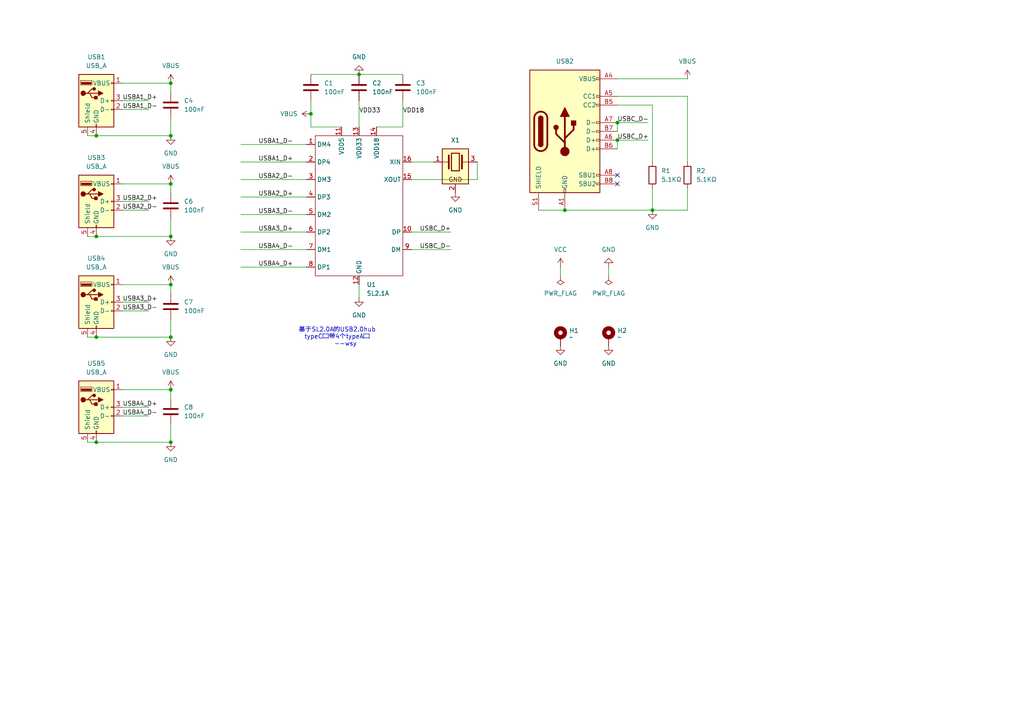
<source format=kicad_sch>
(kicad_sch
	(version 20231120)
	(generator "eeschema")
	(generator_version "8.0")
	(uuid "0f501cdf-739c-4a82-90c0-986d93085286")
	(paper "A4")
	(lib_symbols
		(symbol "Connector:USB_A"
			(pin_names
				(offset 1.016)
			)
			(exclude_from_sim no)
			(in_bom yes)
			(on_board yes)
			(property "Reference" "J"
				(at -5.08 11.43 0)
				(effects
					(font
						(size 1.27 1.27)
					)
					(justify left)
				)
			)
			(property "Value" "USB_A"
				(at -5.08 8.89 0)
				(effects
					(font
						(size 1.27 1.27)
					)
					(justify left)
				)
			)
			(property "Footprint" ""
				(at 3.81 -1.27 0)
				(effects
					(font
						(size 1.27 1.27)
					)
					(hide yes)
				)
			)
			(property "Datasheet" "~"
				(at 3.81 -1.27 0)
				(effects
					(font
						(size 1.27 1.27)
					)
					(hide yes)
				)
			)
			(property "Description" "USB Type A connector"
				(at 0 0 0)
				(effects
					(font
						(size 1.27 1.27)
					)
					(hide yes)
				)
			)
			(property "ki_keywords" "connector USB"
				(at 0 0 0)
				(effects
					(font
						(size 1.27 1.27)
					)
					(hide yes)
				)
			)
			(property "ki_fp_filters" "USB*"
				(at 0 0 0)
				(effects
					(font
						(size 1.27 1.27)
					)
					(hide yes)
				)
			)
			(symbol "USB_A_0_1"
				(rectangle
					(start -5.08 -7.62)
					(end 5.08 7.62)
					(stroke
						(width 0.254)
						(type default)
					)
					(fill
						(type background)
					)
				)
				(circle
					(center -3.81 2.159)
					(radius 0.635)
					(stroke
						(width 0.254)
						(type default)
					)
					(fill
						(type outline)
					)
				)
				(rectangle
					(start -1.524 4.826)
					(end -4.318 5.334)
					(stroke
						(width 0)
						(type default)
					)
					(fill
						(type outline)
					)
				)
				(rectangle
					(start -1.27 4.572)
					(end -4.572 5.842)
					(stroke
						(width 0)
						(type default)
					)
					(fill
						(type none)
					)
				)
				(circle
					(center -0.635 3.429)
					(radius 0.381)
					(stroke
						(width 0.254)
						(type default)
					)
					(fill
						(type outline)
					)
				)
				(rectangle
					(start -0.127 -7.62)
					(end 0.127 -6.858)
					(stroke
						(width 0)
						(type default)
					)
					(fill
						(type none)
					)
				)
				(polyline
					(pts
						(xy -3.175 2.159) (xy -2.54 2.159) (xy -1.27 3.429) (xy -0.635 3.429)
					)
					(stroke
						(width 0.254)
						(type default)
					)
					(fill
						(type none)
					)
				)
				(polyline
					(pts
						(xy -2.54 2.159) (xy -1.905 2.159) (xy -1.27 0.889) (xy 0 0.889)
					)
					(stroke
						(width 0.254)
						(type default)
					)
					(fill
						(type none)
					)
				)
				(polyline
					(pts
						(xy 0.635 2.794) (xy 0.635 1.524) (xy 1.905 2.159) (xy 0.635 2.794)
					)
					(stroke
						(width 0.254)
						(type default)
					)
					(fill
						(type outline)
					)
				)
				(rectangle
					(start 0.254 1.27)
					(end -0.508 0.508)
					(stroke
						(width 0.254)
						(type default)
					)
					(fill
						(type outline)
					)
				)
				(rectangle
					(start 5.08 -2.667)
					(end 4.318 -2.413)
					(stroke
						(width 0)
						(type default)
					)
					(fill
						(type none)
					)
				)
				(rectangle
					(start 5.08 -0.127)
					(end 4.318 0.127)
					(stroke
						(width 0)
						(type default)
					)
					(fill
						(type none)
					)
				)
				(rectangle
					(start 5.08 4.953)
					(end 4.318 5.207)
					(stroke
						(width 0)
						(type default)
					)
					(fill
						(type none)
					)
				)
			)
			(symbol "USB_A_1_1"
				(polyline
					(pts
						(xy -1.905 2.159) (xy 0.635 2.159)
					)
					(stroke
						(width 0.254)
						(type default)
					)
					(fill
						(type none)
					)
				)
				(pin power_in line
					(at 7.62 5.08 180)
					(length 2.54)
					(name "VBUS"
						(effects
							(font
								(size 1.27 1.27)
							)
						)
					)
					(number "1"
						(effects
							(font
								(size 1.27 1.27)
							)
						)
					)
				)
				(pin bidirectional line
					(at 7.62 -2.54 180)
					(length 2.54)
					(name "D-"
						(effects
							(font
								(size 1.27 1.27)
							)
						)
					)
					(number "2"
						(effects
							(font
								(size 1.27 1.27)
							)
						)
					)
				)
				(pin bidirectional line
					(at 7.62 0 180)
					(length 2.54)
					(name "D+"
						(effects
							(font
								(size 1.27 1.27)
							)
						)
					)
					(number "3"
						(effects
							(font
								(size 1.27 1.27)
							)
						)
					)
				)
				(pin power_in line
					(at 0 -10.16 90)
					(length 2.54)
					(name "GND"
						(effects
							(font
								(size 1.27 1.27)
							)
						)
					)
					(number "4"
						(effects
							(font
								(size 1.27 1.27)
							)
						)
					)
				)
				(pin passive line
					(at -2.54 -10.16 90)
					(length 2.54)
					(name "Shield"
						(effects
							(font
								(size 1.27 1.27)
							)
						)
					)
					(number "5"
						(effects
							(font
								(size 1.27 1.27)
							)
						)
					)
				)
			)
		)
		(symbol "Connector:USB_C_Receptacle_USB2.0_16P"
			(pin_names
				(offset 1.016)
			)
			(exclude_from_sim no)
			(in_bom yes)
			(on_board yes)
			(property "Reference" "J"
				(at 0 22.225 0)
				(effects
					(font
						(size 1.27 1.27)
					)
				)
			)
			(property "Value" "USB_C_Receptacle_USB2.0_16P"
				(at 0 19.685 0)
				(effects
					(font
						(size 1.27 1.27)
					)
				)
			)
			(property "Footprint" ""
				(at 3.81 0 0)
				(effects
					(font
						(size 1.27 1.27)
					)
					(hide yes)
				)
			)
			(property "Datasheet" "https://www.usb.org/sites/default/files/documents/usb_type-c.zip"
				(at 3.81 0 0)
				(effects
					(font
						(size 1.27 1.27)
					)
					(hide yes)
				)
			)
			(property "Description" "USB 2.0-only 16P Type-C Receptacle connector"
				(at 0 0 0)
				(effects
					(font
						(size 1.27 1.27)
					)
					(hide yes)
				)
			)
			(property "ki_keywords" "usb universal serial bus type-C USB2.0"
				(at 0 0 0)
				(effects
					(font
						(size 1.27 1.27)
					)
					(hide yes)
				)
			)
			(property "ki_fp_filters" "USB*C*Receptacle*"
				(at 0 0 0)
				(effects
					(font
						(size 1.27 1.27)
					)
					(hide yes)
				)
			)
			(symbol "USB_C_Receptacle_USB2.0_16P_0_0"
				(rectangle
					(start -0.254 -17.78)
					(end 0.254 -16.764)
					(stroke
						(width 0)
						(type default)
					)
					(fill
						(type none)
					)
				)
				(rectangle
					(start 10.16 -14.986)
					(end 9.144 -15.494)
					(stroke
						(width 0)
						(type default)
					)
					(fill
						(type none)
					)
				)
				(rectangle
					(start 10.16 -12.446)
					(end 9.144 -12.954)
					(stroke
						(width 0)
						(type default)
					)
					(fill
						(type none)
					)
				)
				(rectangle
					(start 10.16 -4.826)
					(end 9.144 -5.334)
					(stroke
						(width 0)
						(type default)
					)
					(fill
						(type none)
					)
				)
				(rectangle
					(start 10.16 -2.286)
					(end 9.144 -2.794)
					(stroke
						(width 0)
						(type default)
					)
					(fill
						(type none)
					)
				)
				(rectangle
					(start 10.16 0.254)
					(end 9.144 -0.254)
					(stroke
						(width 0)
						(type default)
					)
					(fill
						(type none)
					)
				)
				(rectangle
					(start 10.16 2.794)
					(end 9.144 2.286)
					(stroke
						(width 0)
						(type default)
					)
					(fill
						(type none)
					)
				)
				(rectangle
					(start 10.16 7.874)
					(end 9.144 7.366)
					(stroke
						(width 0)
						(type default)
					)
					(fill
						(type none)
					)
				)
				(rectangle
					(start 10.16 10.414)
					(end 9.144 9.906)
					(stroke
						(width 0)
						(type default)
					)
					(fill
						(type none)
					)
				)
				(rectangle
					(start 10.16 15.494)
					(end 9.144 14.986)
					(stroke
						(width 0)
						(type default)
					)
					(fill
						(type none)
					)
				)
			)
			(symbol "USB_C_Receptacle_USB2.0_16P_0_1"
				(rectangle
					(start -10.16 17.78)
					(end 10.16 -17.78)
					(stroke
						(width 0.254)
						(type default)
					)
					(fill
						(type background)
					)
				)
				(arc
					(start -8.89 -3.81)
					(mid -6.985 -5.7067)
					(end -5.08 -3.81)
					(stroke
						(width 0.508)
						(type default)
					)
					(fill
						(type none)
					)
				)
				(arc
					(start -7.62 -3.81)
					(mid -6.985 -4.4423)
					(end -6.35 -3.81)
					(stroke
						(width 0.254)
						(type default)
					)
					(fill
						(type none)
					)
				)
				(arc
					(start -7.62 -3.81)
					(mid -6.985 -4.4423)
					(end -6.35 -3.81)
					(stroke
						(width 0.254)
						(type default)
					)
					(fill
						(type outline)
					)
				)
				(rectangle
					(start -7.62 -3.81)
					(end -6.35 3.81)
					(stroke
						(width 0.254)
						(type default)
					)
					(fill
						(type outline)
					)
				)
				(arc
					(start -6.35 3.81)
					(mid -6.985 4.4423)
					(end -7.62 3.81)
					(stroke
						(width 0.254)
						(type default)
					)
					(fill
						(type none)
					)
				)
				(arc
					(start -6.35 3.81)
					(mid -6.985 4.4423)
					(end -7.62 3.81)
					(stroke
						(width 0.254)
						(type default)
					)
					(fill
						(type outline)
					)
				)
				(arc
					(start -5.08 3.81)
					(mid -6.985 5.7067)
					(end -8.89 3.81)
					(stroke
						(width 0.508)
						(type default)
					)
					(fill
						(type none)
					)
				)
				(circle
					(center -2.54 1.143)
					(radius 0.635)
					(stroke
						(width 0.254)
						(type default)
					)
					(fill
						(type outline)
					)
				)
				(circle
					(center 0 -5.842)
					(radius 1.27)
					(stroke
						(width 0)
						(type default)
					)
					(fill
						(type outline)
					)
				)
				(polyline
					(pts
						(xy -8.89 -3.81) (xy -8.89 3.81)
					)
					(stroke
						(width 0.508)
						(type default)
					)
					(fill
						(type none)
					)
				)
				(polyline
					(pts
						(xy -5.08 3.81) (xy -5.08 -3.81)
					)
					(stroke
						(width 0.508)
						(type default)
					)
					(fill
						(type none)
					)
				)
				(polyline
					(pts
						(xy 0 -5.842) (xy 0 4.318)
					)
					(stroke
						(width 0.508)
						(type default)
					)
					(fill
						(type none)
					)
				)
				(polyline
					(pts
						(xy 0 -3.302) (xy -2.54 -0.762) (xy -2.54 0.508)
					)
					(stroke
						(width 0.508)
						(type default)
					)
					(fill
						(type none)
					)
				)
				(polyline
					(pts
						(xy 0 -2.032) (xy 2.54 0.508) (xy 2.54 1.778)
					)
					(stroke
						(width 0.508)
						(type default)
					)
					(fill
						(type none)
					)
				)
				(polyline
					(pts
						(xy -1.27 4.318) (xy 0 6.858) (xy 1.27 4.318) (xy -1.27 4.318)
					)
					(stroke
						(width 0.254)
						(type default)
					)
					(fill
						(type outline)
					)
				)
				(rectangle
					(start 1.905 1.778)
					(end 3.175 3.048)
					(stroke
						(width 0.254)
						(type default)
					)
					(fill
						(type outline)
					)
				)
			)
			(symbol "USB_C_Receptacle_USB2.0_16P_1_1"
				(pin passive line
					(at 0 -22.86 90)
					(length 5.08)
					(name "GND"
						(effects
							(font
								(size 1.27 1.27)
							)
						)
					)
					(number "A1"
						(effects
							(font
								(size 1.27 1.27)
							)
						)
					)
				)
				(pin passive line
					(at 0 -22.86 90)
					(length 5.08) hide
					(name "GND"
						(effects
							(font
								(size 1.27 1.27)
							)
						)
					)
					(number "A12"
						(effects
							(font
								(size 1.27 1.27)
							)
						)
					)
				)
				(pin passive line
					(at 15.24 15.24 180)
					(length 5.08)
					(name "VBUS"
						(effects
							(font
								(size 1.27 1.27)
							)
						)
					)
					(number "A4"
						(effects
							(font
								(size 1.27 1.27)
							)
						)
					)
				)
				(pin bidirectional line
					(at 15.24 10.16 180)
					(length 5.08)
					(name "CC1"
						(effects
							(font
								(size 1.27 1.27)
							)
						)
					)
					(number "A5"
						(effects
							(font
								(size 1.27 1.27)
							)
						)
					)
				)
				(pin bidirectional line
					(at 15.24 -2.54 180)
					(length 5.08)
					(name "D+"
						(effects
							(font
								(size 1.27 1.27)
							)
						)
					)
					(number "A6"
						(effects
							(font
								(size 1.27 1.27)
							)
						)
					)
				)
				(pin bidirectional line
					(at 15.24 2.54 180)
					(length 5.08)
					(name "D-"
						(effects
							(font
								(size 1.27 1.27)
							)
						)
					)
					(number "A7"
						(effects
							(font
								(size 1.27 1.27)
							)
						)
					)
				)
				(pin bidirectional line
					(at 15.24 -12.7 180)
					(length 5.08)
					(name "SBU1"
						(effects
							(font
								(size 1.27 1.27)
							)
						)
					)
					(number "A8"
						(effects
							(font
								(size 1.27 1.27)
							)
						)
					)
				)
				(pin passive line
					(at 15.24 15.24 180)
					(length 5.08) hide
					(name "VBUS"
						(effects
							(font
								(size 1.27 1.27)
							)
						)
					)
					(number "A9"
						(effects
							(font
								(size 1.27 1.27)
							)
						)
					)
				)
				(pin passive line
					(at 0 -22.86 90)
					(length 5.08) hide
					(name "GND"
						(effects
							(font
								(size 1.27 1.27)
							)
						)
					)
					(number "B1"
						(effects
							(font
								(size 1.27 1.27)
							)
						)
					)
				)
				(pin passive line
					(at 0 -22.86 90)
					(length 5.08) hide
					(name "GND"
						(effects
							(font
								(size 1.27 1.27)
							)
						)
					)
					(number "B12"
						(effects
							(font
								(size 1.27 1.27)
							)
						)
					)
				)
				(pin passive line
					(at 15.24 15.24 180)
					(length 5.08) hide
					(name "VBUS"
						(effects
							(font
								(size 1.27 1.27)
							)
						)
					)
					(number "B4"
						(effects
							(font
								(size 1.27 1.27)
							)
						)
					)
				)
				(pin bidirectional line
					(at 15.24 7.62 180)
					(length 5.08)
					(name "CC2"
						(effects
							(font
								(size 1.27 1.27)
							)
						)
					)
					(number "B5"
						(effects
							(font
								(size 1.27 1.27)
							)
						)
					)
				)
				(pin bidirectional line
					(at 15.24 -5.08 180)
					(length 5.08)
					(name "D+"
						(effects
							(font
								(size 1.27 1.27)
							)
						)
					)
					(number "B6"
						(effects
							(font
								(size 1.27 1.27)
							)
						)
					)
				)
				(pin bidirectional line
					(at 15.24 0 180)
					(length 5.08)
					(name "D-"
						(effects
							(font
								(size 1.27 1.27)
							)
						)
					)
					(number "B7"
						(effects
							(font
								(size 1.27 1.27)
							)
						)
					)
				)
				(pin bidirectional line
					(at 15.24 -15.24 180)
					(length 5.08)
					(name "SBU2"
						(effects
							(font
								(size 1.27 1.27)
							)
						)
					)
					(number "B8"
						(effects
							(font
								(size 1.27 1.27)
							)
						)
					)
				)
				(pin passive line
					(at 15.24 15.24 180)
					(length 5.08) hide
					(name "VBUS"
						(effects
							(font
								(size 1.27 1.27)
							)
						)
					)
					(number "B9"
						(effects
							(font
								(size 1.27 1.27)
							)
						)
					)
				)
				(pin passive line
					(at -7.62 -22.86 90)
					(length 5.08)
					(name "SHIELD"
						(effects
							(font
								(size 1.27 1.27)
							)
						)
					)
					(number "S1"
						(effects
							(font
								(size 1.27 1.27)
							)
						)
					)
				)
			)
		)
		(symbol "Mechanical:MountingHole_Pad"
			(pin_numbers hide)
			(pin_names
				(offset 1.016) hide)
			(exclude_from_sim yes)
			(in_bom no)
			(on_board yes)
			(property "Reference" "H"
				(at 0 6.35 0)
				(effects
					(font
						(size 1.27 1.27)
					)
				)
			)
			(property "Value" "MountingHole_Pad"
				(at 0 4.445 0)
				(effects
					(font
						(size 1.27 1.27)
					)
				)
			)
			(property "Footprint" "MountingHole:MountingHole_3mm_Pad"
				(at 0 0 0)
				(effects
					(font
						(size 1.27 1.27)
					)
					(hide yes)
				)
			)
			(property "Datasheet" "~"
				(at 0 0 0)
				(effects
					(font
						(size 1.27 1.27)
					)
					(hide yes)
				)
			)
			(property "Description" "Mounting Hole with connection"
				(at 0 0 0)
				(effects
					(font
						(size 1.27 1.27)
					)
					(hide yes)
				)
			)
			(property "ki_keywords" "mounting hole"
				(at 0 0 0)
				(effects
					(font
						(size 1.27 1.27)
					)
					(hide yes)
				)
			)
			(property "ki_fp_filters" "MountingHole*Pad*"
				(at 0 0 0)
				(effects
					(font
						(size 1.27 1.27)
					)
					(hide yes)
				)
			)
			(symbol "MountingHole_Pad_0_1"
				(circle
					(center 0 1.27)
					(radius 1.27)
					(stroke
						(width 1.27)
						(type default)
					)
					(fill
						(type none)
					)
				)
			)
			(symbol "MountingHole_Pad_1_1"
				(pin input line
					(at 0 -2.54 90)
					(length 2.54)
					(name "1"
						(effects
							(font
								(size 1.27 1.27)
							)
						)
					)
					(number "1"
						(effects
							(font
								(size 1.27 1.27)
							)
						)
					)
				)
			)
		)
		(symbol "PCM_Capacitor_US_AKL:C_Disc_D5.1mm_W3.2mm_P5.00mm"
			(pin_numbers hide)
			(pin_names
				(offset 0.254)
			)
			(exclude_from_sim no)
			(in_bom yes)
			(on_board yes)
			(property "Reference" "C"
				(at 0.635 2.54 0)
				(effects
					(font
						(size 1.27 1.27)
					)
					(justify left)
				)
			)
			(property "Value" "C_Disc_D5.1mm_W3.2mm_P5.00mm"
				(at 0.635 -2.54 0)
				(effects
					(font
						(size 1.27 1.27)
					)
					(justify left)
				)
			)
			(property "Footprint" "PCM_Capacitor_THT_US_AKL:C_Disc_D5.1mm_W3.2mm_P5.00mm"
				(at 0.9652 -3.81 0)
				(effects
					(font
						(size 1.27 1.27)
					)
					(hide yes)
				)
			)
			(property "Datasheet" "~"
				(at 0 0 0)
				(effects
					(font
						(size 1.27 1.27)
					)
					(hide yes)
				)
			)
			(property "Description" "THT Ceramic Disc Capacitor, 5.1mm Diameter, 3.2mm Width, 5.00mm Pitch, Alternate KiCad Library"
				(at 0 0 0)
				(effects
					(font
						(size 1.27 1.27)
					)
					(hide yes)
				)
			)
			(property "ki_keywords" "cap capacitor tht ceramic disc 5.1x3.2mm 5.00mm"
				(at 0 0 0)
				(effects
					(font
						(size 1.27 1.27)
					)
					(hide yes)
				)
			)
			(property "ki_fp_filters" "C_*"
				(at 0 0 0)
				(effects
					(font
						(size 1.27 1.27)
					)
					(hide yes)
				)
			)
			(symbol "C_Disc_D5.1mm_W3.2mm_P5.00mm_0_1"
				(polyline
					(pts
						(xy -2.032 -0.762) (xy 2.032 -0.762)
					)
					(stroke
						(width 0.508)
						(type default)
					)
					(fill
						(type none)
					)
				)
				(polyline
					(pts
						(xy -2.032 0.762) (xy 2.032 0.762)
					)
					(stroke
						(width 0.508)
						(type default)
					)
					(fill
						(type none)
					)
				)
			)
			(symbol "C_Disc_D5.1mm_W3.2mm_P5.00mm_0_2"
				(polyline
					(pts
						(xy -2.54 -2.54) (xy -0.381 -0.381)
					)
					(stroke
						(width 0)
						(type default)
					)
					(fill
						(type none)
					)
				)
				(polyline
					(pts
						(xy -0.508 -0.508) (xy -1.651 0.635)
					)
					(stroke
						(width 0.508)
						(type default)
					)
					(fill
						(type none)
					)
				)
				(polyline
					(pts
						(xy -0.508 -0.508) (xy 0.635 -1.651)
					)
					(stroke
						(width 0.508)
						(type default)
					)
					(fill
						(type none)
					)
				)
				(polyline
					(pts
						(xy 0.381 0.381) (xy 2.54 2.54)
					)
					(stroke
						(width 0)
						(type default)
					)
					(fill
						(type none)
					)
				)
				(polyline
					(pts
						(xy 0.508 0.508) (xy -0.635 1.651)
					)
					(stroke
						(width 0.508)
						(type default)
					)
					(fill
						(type none)
					)
				)
				(polyline
					(pts
						(xy 0.508 0.508) (xy 1.651 -0.635)
					)
					(stroke
						(width 0.508)
						(type default)
					)
					(fill
						(type none)
					)
				)
			)
			(symbol "C_Disc_D5.1mm_W3.2mm_P5.00mm_1_1"
				(pin passive line
					(at 0 3.81 270)
					(length 2.794)
					(name "~"
						(effects
							(font
								(size 1.27 1.27)
							)
						)
					)
					(number "1"
						(effects
							(font
								(size 1.27 1.27)
							)
						)
					)
				)
				(pin passive line
					(at 0 -3.81 90)
					(length 2.794)
					(name "~"
						(effects
							(font
								(size 1.27 1.27)
							)
						)
					)
					(number "2"
						(effects
							(font
								(size 1.27 1.27)
							)
						)
					)
				)
			)
			(symbol "C_Disc_D5.1mm_W3.2mm_P5.00mm_1_2"
				(pin passive line
					(at 2.54 2.54 270)
					(length 0)
					(name "~"
						(effects
							(font
								(size 1.27 1.27)
							)
						)
					)
					(number "1"
						(effects
							(font
								(size 1.27 1.27)
							)
						)
					)
				)
				(pin passive line
					(at -2.54 -2.54 90)
					(length 0)
					(name "~"
						(effects
							(font
								(size 1.27 1.27)
							)
						)
					)
					(number "2"
						(effects
							(font
								(size 1.27 1.27)
							)
						)
					)
				)
			)
		)
		(symbol "PCM_Resistor_AKL:R_DIN0207_P2.54mm"
			(pin_numbers hide)
			(pin_names
				(offset 0)
			)
			(exclude_from_sim no)
			(in_bom yes)
			(on_board yes)
			(property "Reference" "R"
				(at 2.54 1.27 0)
				(effects
					(font
						(size 1.27 1.27)
					)
					(justify left)
				)
			)
			(property "Value" "R_DIN0207_P2.54mm"
				(at 2.54 -1.27 0)
				(effects
					(font
						(size 1.27 1.27)
					)
					(justify left)
				)
			)
			(property "Footprint" "PCM_Resistor_THT_AKL:R_Axial_DIN0207_L6.3mm_D2.5mm_P2.54mm_Vertical"
				(at 0 -11.43 0)
				(effects
					(font
						(size 1.27 1.27)
					)
					(hide yes)
				)
			)
			(property "Datasheet" "~"
				(at 0 0 0)
				(effects
					(font
						(size 1.27 1.27)
					)
					(hide yes)
				)
			)
			(property "Description" "THT 0207 Resistor, 2.54mm Pin Pitch, European Symbol, Alternate KiCad Library"
				(at 0 0 0)
				(effects
					(font
						(size 1.27 1.27)
					)
					(hide yes)
				)
			)
			(property "ki_keywords" "R res resistor eu tht 2.54mm 0207"
				(at 0 0 0)
				(effects
					(font
						(size 1.27 1.27)
					)
					(hide yes)
				)
			)
			(property "ki_fp_filters" "R_*"
				(at 0 0 0)
				(effects
					(font
						(size 1.27 1.27)
					)
					(hide yes)
				)
			)
			(symbol "R_DIN0207_P2.54mm_0_1"
				(rectangle
					(start -1.016 2.54)
					(end 1.016 -2.54)
					(stroke
						(width 0.254)
						(type default)
					)
					(fill
						(type none)
					)
				)
			)
			(symbol "R_DIN0207_P2.54mm_0_2"
				(polyline
					(pts
						(xy -2.54 -2.54) (xy -1.524 -1.524)
					)
					(stroke
						(width 0)
						(type default)
					)
					(fill
						(type none)
					)
				)
				(polyline
					(pts
						(xy 1.524 1.524) (xy 2.54 2.54)
					)
					(stroke
						(width 0)
						(type default)
					)
					(fill
						(type none)
					)
				)
				(polyline
					(pts
						(xy 1.524 1.524) (xy 0.889 2.159) (xy -2.159 -0.889) (xy -0.889 -2.159) (xy 2.159 0.889) (xy 1.524 1.524)
					)
					(stroke
						(width 0.254)
						(type default)
					)
					(fill
						(type none)
					)
				)
			)
			(symbol "R_DIN0207_P2.54mm_1_1"
				(pin passive line
					(at 0 3.81 270)
					(length 1.27)
					(name "~"
						(effects
							(font
								(size 1.27 1.27)
							)
						)
					)
					(number "1"
						(effects
							(font
								(size 1.27 1.27)
							)
						)
					)
				)
				(pin passive line
					(at 0 -3.81 90)
					(length 1.27)
					(name "~"
						(effects
							(font
								(size 1.27 1.27)
							)
						)
					)
					(number "2"
						(effects
							(font
								(size 1.27 1.27)
							)
						)
					)
				)
			)
			(symbol "R_DIN0207_P2.54mm_1_2"
				(pin passive line
					(at 2.54 2.54 180)
					(length 0)
					(name ""
						(effects
							(font
								(size 1.27 1.27)
							)
						)
					)
					(number "1"
						(effects
							(font
								(size 1.27 1.27)
							)
						)
					)
				)
				(pin passive line
					(at -2.54 -2.54 0)
					(length 0)
					(name ""
						(effects
							(font
								(size 1.27 1.27)
							)
						)
					)
					(number "2"
						(effects
							(font
								(size 1.27 1.27)
							)
						)
					)
				)
			)
		)
		(symbol "power:GND"
			(power)
			(pin_numbers hide)
			(pin_names
				(offset 0) hide)
			(exclude_from_sim no)
			(in_bom yes)
			(on_board yes)
			(property "Reference" "#PWR"
				(at 0 -6.35 0)
				(effects
					(font
						(size 1.27 1.27)
					)
					(hide yes)
				)
			)
			(property "Value" "GND"
				(at 0 -3.81 0)
				(effects
					(font
						(size 1.27 1.27)
					)
				)
			)
			(property "Footprint" ""
				(at 0 0 0)
				(effects
					(font
						(size 1.27 1.27)
					)
					(hide yes)
				)
			)
			(property "Datasheet" ""
				(at 0 0 0)
				(effects
					(font
						(size 1.27 1.27)
					)
					(hide yes)
				)
			)
			(property "Description" "Power symbol creates a global label with name \"GND\" , ground"
				(at 0 0 0)
				(effects
					(font
						(size 1.27 1.27)
					)
					(hide yes)
				)
			)
			(property "ki_keywords" "global power"
				(at 0 0 0)
				(effects
					(font
						(size 1.27 1.27)
					)
					(hide yes)
				)
			)
			(symbol "GND_0_1"
				(polyline
					(pts
						(xy 0 0) (xy 0 -1.27) (xy 1.27 -1.27) (xy 0 -2.54) (xy -1.27 -1.27) (xy 0 -1.27)
					)
					(stroke
						(width 0)
						(type default)
					)
					(fill
						(type none)
					)
				)
			)
			(symbol "GND_1_1"
				(pin power_in line
					(at 0 0 270)
					(length 0)
					(name "~"
						(effects
							(font
								(size 1.27 1.27)
							)
						)
					)
					(number "1"
						(effects
							(font
								(size 1.27 1.27)
							)
						)
					)
				)
			)
		)
		(symbol "power:PWR_FLAG"
			(power)
			(pin_numbers hide)
			(pin_names
				(offset 0) hide)
			(exclude_from_sim no)
			(in_bom yes)
			(on_board yes)
			(property "Reference" "#FLG"
				(at 0 1.905 0)
				(effects
					(font
						(size 1.27 1.27)
					)
					(hide yes)
				)
			)
			(property "Value" "PWR_FLAG"
				(at 0 3.81 0)
				(effects
					(font
						(size 1.27 1.27)
					)
				)
			)
			(property "Footprint" ""
				(at 0 0 0)
				(effects
					(font
						(size 1.27 1.27)
					)
					(hide yes)
				)
			)
			(property "Datasheet" "~"
				(at 0 0 0)
				(effects
					(font
						(size 1.27 1.27)
					)
					(hide yes)
				)
			)
			(property "Description" "Special symbol for telling ERC where power comes from"
				(at 0 0 0)
				(effects
					(font
						(size 1.27 1.27)
					)
					(hide yes)
				)
			)
			(property "ki_keywords" "flag power"
				(at 0 0 0)
				(effects
					(font
						(size 1.27 1.27)
					)
					(hide yes)
				)
			)
			(symbol "PWR_FLAG_0_0"
				(pin power_out line
					(at 0 0 90)
					(length 0)
					(name "~"
						(effects
							(font
								(size 1.27 1.27)
							)
						)
					)
					(number "1"
						(effects
							(font
								(size 1.27 1.27)
							)
						)
					)
				)
			)
			(symbol "PWR_FLAG_0_1"
				(polyline
					(pts
						(xy 0 0) (xy 0 1.27) (xy -1.016 1.905) (xy 0 2.54) (xy 1.016 1.905) (xy 0 1.27)
					)
					(stroke
						(width 0)
						(type default)
					)
					(fill
						(type none)
					)
				)
			)
		)
		(symbol "power:VBUS"
			(power)
			(pin_numbers hide)
			(pin_names
				(offset 0) hide)
			(exclude_from_sim no)
			(in_bom yes)
			(on_board yes)
			(property "Reference" "#PWR"
				(at 0 -3.81 0)
				(effects
					(font
						(size 1.27 1.27)
					)
					(hide yes)
				)
			)
			(property "Value" "VBUS"
				(at 0 3.556 0)
				(effects
					(font
						(size 1.27 1.27)
					)
				)
			)
			(property "Footprint" ""
				(at 0 0 0)
				(effects
					(font
						(size 1.27 1.27)
					)
					(hide yes)
				)
			)
			(property "Datasheet" ""
				(at 0 0 0)
				(effects
					(font
						(size 1.27 1.27)
					)
					(hide yes)
				)
			)
			(property "Description" "Power symbol creates a global label with name \"VBUS\""
				(at 0 0 0)
				(effects
					(font
						(size 1.27 1.27)
					)
					(hide yes)
				)
			)
			(property "ki_keywords" "global power"
				(at 0 0 0)
				(effects
					(font
						(size 1.27 1.27)
					)
					(hide yes)
				)
			)
			(symbol "VBUS_0_1"
				(polyline
					(pts
						(xy -0.762 1.27) (xy 0 2.54)
					)
					(stroke
						(width 0)
						(type default)
					)
					(fill
						(type none)
					)
				)
				(polyline
					(pts
						(xy 0 0) (xy 0 2.54)
					)
					(stroke
						(width 0)
						(type default)
					)
					(fill
						(type none)
					)
				)
				(polyline
					(pts
						(xy 0 2.54) (xy 0.762 1.27)
					)
					(stroke
						(width 0)
						(type default)
					)
					(fill
						(type none)
					)
				)
			)
			(symbol "VBUS_1_1"
				(pin power_in line
					(at 0 0 90)
					(length 0)
					(name "~"
						(effects
							(font
								(size 1.27 1.27)
							)
						)
					)
					(number "1"
						(effects
							(font
								(size 1.27 1.27)
							)
						)
					)
				)
			)
		)
		(symbol "power:VCC"
			(power)
			(pin_numbers hide)
			(pin_names
				(offset 0) hide)
			(exclude_from_sim no)
			(in_bom yes)
			(on_board yes)
			(property "Reference" "#PWR"
				(at 0 -3.81 0)
				(effects
					(font
						(size 1.27 1.27)
					)
					(hide yes)
				)
			)
			(property "Value" "VCC"
				(at 0 3.556 0)
				(effects
					(font
						(size 1.27 1.27)
					)
				)
			)
			(property "Footprint" ""
				(at 0 0 0)
				(effects
					(font
						(size 1.27 1.27)
					)
					(hide yes)
				)
			)
			(property "Datasheet" ""
				(at 0 0 0)
				(effects
					(font
						(size 1.27 1.27)
					)
					(hide yes)
				)
			)
			(property "Description" "Power symbol creates a global label with name \"VCC\""
				(at 0 0 0)
				(effects
					(font
						(size 1.27 1.27)
					)
					(hide yes)
				)
			)
			(property "ki_keywords" "global power"
				(at 0 0 0)
				(effects
					(font
						(size 1.27 1.27)
					)
					(hide yes)
				)
			)
			(symbol "VCC_0_1"
				(polyline
					(pts
						(xy -0.762 1.27) (xy 0 2.54)
					)
					(stroke
						(width 0)
						(type default)
					)
					(fill
						(type none)
					)
				)
				(polyline
					(pts
						(xy 0 0) (xy 0 2.54)
					)
					(stroke
						(width 0)
						(type default)
					)
					(fill
						(type none)
					)
				)
				(polyline
					(pts
						(xy 0 2.54) (xy 0.762 1.27)
					)
					(stroke
						(width 0)
						(type default)
					)
					(fill
						(type none)
					)
				)
			)
			(symbol "VCC_1_1"
				(pin power_in line
					(at 0 0 90)
					(length 0)
					(name "~"
						(effects
							(font
								(size 1.27 1.27)
							)
						)
					)
					(number "1"
						(effects
							(font
								(size 1.27 1.27)
							)
						)
					)
				)
			)
		)
		(symbol "wsylib:12MHz_±20ppm_20pF_HC-49S"
			(pin_names
				(offset 1.016) hide)
			(exclude_from_sim no)
			(in_bom yes)
			(on_board yes)
			(property "Reference" "X"
				(at 0 8.89 0)
				(effects
					(font
						(size 1.27 1.27)
					)
				)
			)
			(property "Value" "12MHz_±20ppm_20pF_HC-49S"
				(at 0 6.35 0)
				(effects
					(font
						(size 1.27 1.27)
					)
				)
			)
			(property "Footprint" "wsylib:Crystal_HC49-U-3Pin_Vertical_change"
				(at 0 0 0)
				(effects
					(font
						(size 1.27 1.27)
					)
					(hide yes)
				)
			)
			(property "Datasheet" "~"
				(at 0 0 0)
				(effects
					(font
						(size 1.27 1.27)
					)
					(hide yes)
				)
			)
			(property "Description" "Quartz crystal, Shielded, Generic symbol, Alternate KiCad Library"
				(at 0 0 0)
				(effects
					(font
						(size 1.27 1.27)
					)
					(hide yes)
				)
			)
			(property "ki_keywords" "quartz ceramic resonator crystal shielded"
				(at 0 0 0)
				(effects
					(font
						(size 1.27 1.27)
					)
					(hide yes)
				)
			)
			(property "ki_fp_filters" "Crystal*"
				(at 0 0 0)
				(effects
					(font
						(size 1.27 1.27)
					)
					(hide yes)
				)
			)
			(symbol "12MHz_±20ppm_20pF_HC-49S_0_1"
				(rectangle
					(start -3.81 3.81)
					(end 3.81 -6.35)
					(stroke
						(width 0.254)
						(type default)
					)
					(fill
						(type background)
					)
				)
				(rectangle
					(start -1.143 2.54)
					(end 1.143 -2.54)
					(stroke
						(width 0.3048)
						(type default)
					)
					(fill
						(type none)
					)
				)
				(polyline
					(pts
						(xy -3.81 0) (xy -1.905 0)
					)
					(stroke
						(width 0)
						(type default)
					)
					(fill
						(type none)
					)
				)
				(polyline
					(pts
						(xy -1.905 -1.905) (xy -1.905 1.905)
					)
					(stroke
						(width 0.508)
						(type default)
					)
					(fill
						(type none)
					)
				)
				(polyline
					(pts
						(xy 1.905 -1.905) (xy 1.905 1.905)
					)
					(stroke
						(width 0.508)
						(type default)
					)
					(fill
						(type none)
					)
				)
				(polyline
					(pts
						(xy 3.81 0) (xy 1.905 0)
					)
					(stroke
						(width 0)
						(type default)
					)
					(fill
						(type none)
					)
				)
				(text "GND"
					(at 0 -5.08 0)
					(effects
						(font
							(size 1.27 1.27)
						)
					)
				)
			)
			(symbol "12MHz_±20ppm_20pF_HC-49S_1_1"
				(pin passive line
					(at -6.35 0 0)
					(length 2.54)
					(name "1"
						(effects
							(font
								(size 1.27 1.27)
							)
						)
					)
					(number "1"
						(effects
							(font
								(size 1.27 1.27)
							)
						)
					)
				)
				(pin passive line
					(at 0 -8.89 90)
					(length 2.54)
					(name "2"
						(effects
							(font
								(size 1.27 1.27)
							)
						)
					)
					(number "2"
						(effects
							(font
								(size 1.27 1.27)
							)
						)
					)
				)
				(pin passive line
					(at 6.35 0 180)
					(length 2.54)
					(name "3"
						(effects
							(font
								(size 1.27 1.27)
							)
						)
					)
					(number "3"
						(effects
							(font
								(size 1.27 1.27)
							)
						)
					)
				)
			)
		)
		(symbol "wsylib:SL2.1A"
			(exclude_from_sim no)
			(in_bom yes)
			(on_board yes)
			(property "Reference" "U"
				(at 0 -2.54 0)
				(effects
					(font
						(size 1.27 1.27)
					)
				)
			)
			(property "Value" "SL2.1A"
				(at 0 -2.54 0)
				(effects
					(font
						(size 1.27 1.27)
					)
				)
			)
			(property "Footprint" "Package_SO:SOP-16_3.9x9.9mm_P1.27mm"
				(at 0 0 0)
				(effects
					(font
						(size 1.27 1.27)
					)
					(hide yes)
				)
			)
			(property "Datasheet" "https://atta.szlcsc.com/upload/public/pdf/source/20180522/C192893_624110D24898D57AAC785E3DF98EA862.pdf"
				(at 0 0 0)
				(effects
					(font
						(size 1.27 1.27)
					)
					(hide yes)
				)
			)
			(property "Description" "SL2.1A USB2.0 HUB 控制器集成电路"
				(at 0 -2.54 0)
				(effects
					(font
						(size 1.27 1.27)
					)
					(hide yes)
				)
			)
			(property "ki_keywords" "USB2.0 HUB"
				(at 0 0 0)
				(effects
					(font
						(size 1.27 1.27)
					)
					(hide yes)
				)
			)
			(symbol "SL2.1A_1_0"
				(rectangle
					(start -12.7 17.78)
					(end 12.7 -22.86)
					(stroke
						(width 0)
						(type default)
					)
					(fill
						(type none)
					)
				)
				(pin passive line
					(at -15.24 15.24 0)
					(length 2.54)
					(name "DM4"
						(effects
							(font
								(size 1.27 1.27)
							)
						)
					)
					(number "1"
						(effects
							(font
								(size 1.27 1.27)
							)
						)
					)
				)
				(pin passive line
					(at 15.24 -10.16 180)
					(length 2.54)
					(name "DP"
						(effects
							(font
								(size 1.27 1.27)
							)
						)
					)
					(number "10"
						(effects
							(font
								(size 1.27 1.27)
							)
						)
					)
				)
				(pin passive line
					(at -5.08 20.32 270)
					(length 2.54)
					(name "VDD5"
						(effects
							(font
								(size 1.27 1.27)
							)
						)
					)
					(number "11"
						(effects
							(font
								(size 1.27 1.27)
							)
						)
					)
				)
				(pin passive line
					(at 0 -25.4 90)
					(length 2.54)
					(name "GND"
						(effects
							(font
								(size 1.27 1.27)
							)
						)
					)
					(number "12"
						(effects
							(font
								(size 1.27 1.27)
							)
						)
					)
				)
				(pin passive line
					(at 0 20.32 270)
					(length 2.54)
					(name "VDD33"
						(effects
							(font
								(size 1.27 1.27)
							)
						)
					)
					(number "13"
						(effects
							(font
								(size 1.27 1.27)
							)
						)
					)
				)
				(pin passive line
					(at 5.08 20.32 270)
					(length 2.54)
					(name "VDD18"
						(effects
							(font
								(size 1.27 1.27)
							)
						)
					)
					(number "14"
						(effects
							(font
								(size 1.27 1.27)
							)
						)
					)
				)
				(pin passive line
					(at 15.24 5.08 180)
					(length 2.54)
					(name "XOUT"
						(effects
							(font
								(size 1.27 1.27)
							)
						)
					)
					(number "15"
						(effects
							(font
								(size 1.27 1.27)
							)
						)
					)
				)
				(pin passive line
					(at 15.24 10.16 180)
					(length 2.54)
					(name "XIN"
						(effects
							(font
								(size 1.27 1.27)
							)
						)
					)
					(number "16"
						(effects
							(font
								(size 1.27 1.27)
							)
						)
					)
				)
				(pin passive line
					(at -15.24 10.16 0)
					(length 2.54)
					(name "DP4"
						(effects
							(font
								(size 1.27 1.27)
							)
						)
					)
					(number "2"
						(effects
							(font
								(size 1.27 1.27)
							)
						)
					)
				)
				(pin passive line
					(at -15.24 5.08 0)
					(length 2.54)
					(name "DM3"
						(effects
							(font
								(size 1.27 1.27)
							)
						)
					)
					(number "3"
						(effects
							(font
								(size 1.27 1.27)
							)
						)
					)
				)
				(pin passive line
					(at -15.24 0 0)
					(length 2.54)
					(name "DP3"
						(effects
							(font
								(size 1.27 1.27)
							)
						)
					)
					(number "4"
						(effects
							(font
								(size 1.27 1.27)
							)
						)
					)
				)
				(pin passive line
					(at -15.24 -5.08 0)
					(length 2.54)
					(name "DM2"
						(effects
							(font
								(size 1.27 1.27)
							)
						)
					)
					(number "5"
						(effects
							(font
								(size 1.27 1.27)
							)
						)
					)
				)
				(pin passive line
					(at -15.24 -10.16 0)
					(length 2.54)
					(name "DP2"
						(effects
							(font
								(size 1.27 1.27)
							)
						)
					)
					(number "6"
						(effects
							(font
								(size 1.27 1.27)
							)
						)
					)
				)
				(pin passive line
					(at -15.24 -15.24 0)
					(length 2.54)
					(name "DM1"
						(effects
							(font
								(size 1.27 1.27)
							)
						)
					)
					(number "7"
						(effects
							(font
								(size 1.27 1.27)
							)
						)
					)
				)
				(pin passive line
					(at -15.24 -20.32 0)
					(length 2.54)
					(name "DP1"
						(effects
							(font
								(size 1.27 1.27)
							)
						)
					)
					(number "8"
						(effects
							(font
								(size 1.27 1.27)
							)
						)
					)
				)
				(pin passive line
					(at 15.24 -15.24 180)
					(length 2.54)
					(name "DM"
						(effects
							(font
								(size 1.27 1.27)
							)
						)
					)
					(number "9"
						(effects
							(font
								(size 1.27 1.27)
							)
						)
					)
				)
			)
		)
	)
	(junction
		(at 49.53 39.37)
		(diameter 0)
		(color 0 0 0 0)
		(uuid "04fb012e-7de6-4f87-9bcd-6056e7e86763")
	)
	(junction
		(at 179.07 35.56)
		(diameter 0)
		(color 0 0 0 0)
		(uuid "0dd5f33f-b516-46b2-ac13-01d0d09abd1c")
	)
	(junction
		(at 49.53 53.34)
		(diameter 0)
		(color 0 0 0 0)
		(uuid "16221ba2-5b2e-4cde-b118-052d605abc3f")
	)
	(junction
		(at 163.83 60.96)
		(diameter 0)
		(color 0 0 0 0)
		(uuid "19a4e388-a6b3-475a-b584-38bbabbf051d")
	)
	(junction
		(at 27.94 68.58)
		(diameter 0)
		(color 0 0 0 0)
		(uuid "2569e755-46b5-4d7b-a708-c2dc0ac56c0c")
	)
	(junction
		(at 49.53 128.27)
		(diameter 0)
		(color 0 0 0 0)
		(uuid "33fdf8e0-8fd7-4d01-87a8-12a78d3fd557")
	)
	(junction
		(at 90.17 33.02)
		(diameter 0)
		(color 0 0 0 0)
		(uuid "4285c523-52ea-4bf9-81ff-1a563a4d90d2")
	)
	(junction
		(at 49.53 68.58)
		(diameter 0)
		(color 0 0 0 0)
		(uuid "55748588-2769-4d11-b6be-9df2fc53d13c")
	)
	(junction
		(at 49.53 97.79)
		(diameter 0)
		(color 0 0 0 0)
		(uuid "5fbed500-c80c-411c-951b-8d8764833219")
	)
	(junction
		(at 179.07 40.64)
		(diameter 0)
		(color 0 0 0 0)
		(uuid "67bfda3a-dc06-4df1-9edd-638053f0e27b")
	)
	(junction
		(at 189.23 60.96)
		(diameter 0)
		(color 0 0 0 0)
		(uuid "690e8a7a-7bc5-4370-803a-a87857c0950e")
	)
	(junction
		(at 49.53 113.03)
		(diameter 0)
		(color 0 0 0 0)
		(uuid "826de01c-4a9f-4b21-b7a1-f5bd1d67ed63")
	)
	(junction
		(at 49.53 24.13)
		(diameter 0)
		(color 0 0 0 0)
		(uuid "832d0863-e66b-4acc-8788-1127d127c8f0")
	)
	(junction
		(at 27.94 97.79)
		(diameter 0)
		(color 0 0 0 0)
		(uuid "a7b5bef5-4563-4b0e-9b2a-a33b5a7e9d49")
	)
	(junction
		(at 27.94 39.37)
		(diameter 0)
		(color 0 0 0 0)
		(uuid "c84bdc6a-8a68-4ee9-b16d-3f5a67c5d1f6")
	)
	(junction
		(at 49.53 82.55)
		(diameter 0)
		(color 0 0 0 0)
		(uuid "d107eee0-4109-47e8-9db8-d8c8b40b078e")
	)
	(junction
		(at 27.94 128.27)
		(diameter 0)
		(color 0 0 0 0)
		(uuid "ea432ba0-273e-48d4-8cf2-46c89489cce2")
	)
	(junction
		(at 104.14 21.59)
		(diameter 0)
		(color 0 0 0 0)
		(uuid "f4754b61-ec03-4426-b4d7-bc97432d6343")
	)
	(no_connect
		(at 179.07 53.34)
		(uuid "a53fdc63-c88a-4762-a742-df752a1f1b0e")
	)
	(no_connect
		(at 179.07 50.8)
		(uuid "f79fbd2b-1f46-4b95-9b9c-53c71be78e21")
	)
	(wire
		(pts
			(xy 49.53 68.58) (xy 49.53 63.5)
		)
		(stroke
			(width 0)
			(type default)
		)
		(uuid "008dcf55-817f-4b72-a925-e6963e022bf7")
	)
	(wire
		(pts
			(xy 90.17 36.83) (xy 99.06 36.83)
		)
		(stroke
			(width 0)
			(type default)
		)
		(uuid "01f53ca2-9eb3-43ae-a56b-a244495691da")
	)
	(wire
		(pts
			(xy 138.43 52.07) (xy 119.38 52.07)
		)
		(stroke
			(width 0)
			(type default)
		)
		(uuid "0401c4a6-7740-4059-be3b-6cb7ab34e978")
	)
	(wire
		(pts
			(xy 35.56 31.75) (xy 43.18 31.75)
		)
		(stroke
			(width 0)
			(type default)
		)
		(uuid "0541d2d2-24a9-4712-9110-d05b0b376a2c")
	)
	(wire
		(pts
			(xy 35.56 118.11) (xy 43.18 118.11)
		)
		(stroke
			(width 0)
			(type default)
		)
		(uuid "0d905fd6-0729-4332-bbe8-9bc72392123a")
	)
	(wire
		(pts
			(xy 189.23 60.96) (xy 163.83 60.96)
		)
		(stroke
			(width 0)
			(type default)
		)
		(uuid "1389fc65-e718-4a0e-b81d-f908fa5f1f05")
	)
	(wire
		(pts
			(xy 199.39 22.86) (xy 179.07 22.86)
		)
		(stroke
			(width 0)
			(type default)
		)
		(uuid "13ad7b32-0644-4905-9132-cfa2b176507f")
	)
	(wire
		(pts
			(xy 179.07 40.64) (xy 179.07 43.18)
		)
		(stroke
			(width 0)
			(type default)
		)
		(uuid "13cc9453-c3c3-4154-b1a5-3b9cff64311c")
	)
	(wire
		(pts
			(xy 189.23 30.48) (xy 189.23 46.99)
		)
		(stroke
			(width 0)
			(type default)
		)
		(uuid "209227f7-67a4-4377-a3ae-c6c6a7b32d3f")
	)
	(wire
		(pts
			(xy 69.85 57.15) (xy 88.9 57.15)
		)
		(stroke
			(width 0)
			(type default)
		)
		(uuid "21cc704a-44b5-4ee5-97e0-d5cbce1326f9")
	)
	(wire
		(pts
			(xy 35.56 87.63) (xy 43.18 87.63)
		)
		(stroke
			(width 0)
			(type default)
		)
		(uuid "21e7401b-0c1d-4906-9d37-f5052e9503b0")
	)
	(wire
		(pts
			(xy 35.56 53.34) (xy 49.53 53.34)
		)
		(stroke
			(width 0)
			(type default)
		)
		(uuid "228e5fea-7f9a-41aa-b24e-56d9f0c6315d")
	)
	(wire
		(pts
			(xy 49.53 24.13) (xy 49.53 26.67)
		)
		(stroke
			(width 0)
			(type default)
		)
		(uuid "23738159-c3c1-4196-8fab-60b8327e3da3")
	)
	(wire
		(pts
			(xy 116.84 29.21) (xy 116.84 36.83)
		)
		(stroke
			(width 0)
			(type default)
		)
		(uuid "2cfb4f67-e7bc-45cf-ad9c-b08e64f4ec13")
	)
	(wire
		(pts
			(xy 187.96 35.56) (xy 179.07 35.56)
		)
		(stroke
			(width 0)
			(type default)
		)
		(uuid "2d92681d-e0af-4919-8cf3-e5f4219252f9")
	)
	(wire
		(pts
			(xy 25.4 39.37) (xy 27.94 39.37)
		)
		(stroke
			(width 0)
			(type default)
		)
		(uuid "2e4febc8-d8db-4b2b-b5d6-7bfd6e7d76a6")
	)
	(wire
		(pts
			(xy 119.38 46.99) (xy 125.73 46.99)
		)
		(stroke
			(width 0)
			(type default)
		)
		(uuid "2f11b1f5-3431-4e34-a304-42b4dff01ee1")
	)
	(wire
		(pts
			(xy 69.85 77.47) (xy 88.9 77.47)
		)
		(stroke
			(width 0)
			(type default)
		)
		(uuid "3b327771-bf10-471f-92a2-53957d196cce")
	)
	(wire
		(pts
			(xy 90.17 21.59) (xy 104.14 21.59)
		)
		(stroke
			(width 0)
			(type default)
		)
		(uuid "3e0d5a9b-796d-4663-9983-ea2ad66936d1")
	)
	(wire
		(pts
			(xy 176.53 77.47) (xy 176.53 80.01)
		)
		(stroke
			(width 0)
			(type default)
		)
		(uuid "3e46e5c8-29be-44a4-ae4e-d7a6503792ae")
	)
	(wire
		(pts
			(xy 163.83 60.96) (xy 156.21 60.96)
		)
		(stroke
			(width 0)
			(type default)
		)
		(uuid "4141b709-4b8c-485b-bf99-1662cc07b7e3")
	)
	(wire
		(pts
			(xy 27.94 128.27) (xy 49.53 128.27)
		)
		(stroke
			(width 0)
			(type default)
		)
		(uuid "41dda23a-03c0-42aa-8207-092437686d95")
	)
	(wire
		(pts
			(xy 27.94 97.79) (xy 49.53 97.79)
		)
		(stroke
			(width 0)
			(type default)
		)
		(uuid "44e513fb-bb79-4967-a5d3-cd0696eb82e9")
	)
	(wire
		(pts
			(xy 90.17 29.21) (xy 90.17 33.02)
		)
		(stroke
			(width 0)
			(type default)
		)
		(uuid "4e7764fa-b79b-4f15-bbb1-530803987170")
	)
	(wire
		(pts
			(xy 162.56 77.47) (xy 162.56 80.01)
		)
		(stroke
			(width 0)
			(type default)
		)
		(uuid "4eb98466-f210-4c44-8c1d-d4433e6a22c1")
	)
	(wire
		(pts
			(xy 35.56 60.96) (xy 43.18 60.96)
		)
		(stroke
			(width 0)
			(type default)
		)
		(uuid "53811f19-805e-439d-a47e-78f15c9dd428")
	)
	(wire
		(pts
			(xy 49.53 39.37) (xy 49.53 34.29)
		)
		(stroke
			(width 0)
			(type default)
		)
		(uuid "5869cac7-8cfb-451f-a925-d6857e27bdca")
	)
	(wire
		(pts
			(xy 199.39 54.61) (xy 199.39 60.96)
		)
		(stroke
			(width 0)
			(type default)
		)
		(uuid "5bda8ece-bd76-464a-b0dc-ddb564185879")
	)
	(wire
		(pts
			(xy 49.53 97.79) (xy 49.53 92.71)
		)
		(stroke
			(width 0)
			(type default)
		)
		(uuid "5c901b8f-5502-4177-b0a7-ec69392c6405")
	)
	(wire
		(pts
			(xy 25.4 97.79) (xy 27.94 97.79)
		)
		(stroke
			(width 0)
			(type default)
		)
		(uuid "5f6572af-ecef-4545-a6c0-49584a9625e6")
	)
	(wire
		(pts
			(xy 90.17 33.02) (xy 90.17 36.83)
		)
		(stroke
			(width 0)
			(type default)
		)
		(uuid "68a2ddad-1e8b-4b28-a931-a549f2b987b5")
	)
	(wire
		(pts
			(xy 179.07 27.94) (xy 199.39 27.94)
		)
		(stroke
			(width 0)
			(type default)
		)
		(uuid "690c0a42-e166-472e-bb48-4249128da78e")
	)
	(wire
		(pts
			(xy 35.56 113.03) (xy 49.53 113.03)
		)
		(stroke
			(width 0)
			(type default)
		)
		(uuid "739d2f4c-36e1-459a-87f4-d046fd66e48e")
	)
	(wire
		(pts
			(xy 35.56 120.65) (xy 43.18 120.65)
		)
		(stroke
			(width 0)
			(type default)
		)
		(uuid "795eb3ec-1bba-40be-96e3-0c10d9df1bdb")
	)
	(wire
		(pts
			(xy 189.23 54.61) (xy 189.23 60.96)
		)
		(stroke
			(width 0)
			(type default)
		)
		(uuid "817c3bc6-ae20-4eb6-8fdb-80ace7bff95c")
	)
	(wire
		(pts
			(xy 69.85 41.91) (xy 88.9 41.91)
		)
		(stroke
			(width 0)
			(type default)
		)
		(uuid "84469cce-fb6c-458c-8a25-d0e32cc71b44")
	)
	(wire
		(pts
			(xy 35.56 90.17) (xy 43.18 90.17)
		)
		(stroke
			(width 0)
			(type default)
		)
		(uuid "846714ed-9b94-4af3-94a3-aac6e00ad22f")
	)
	(wire
		(pts
			(xy 49.53 113.03) (xy 49.53 115.57)
		)
		(stroke
			(width 0)
			(type default)
		)
		(uuid "86172068-cf35-4a9f-958b-ba712c537771")
	)
	(wire
		(pts
			(xy 35.56 24.13) (xy 49.53 24.13)
		)
		(stroke
			(width 0)
			(type default)
		)
		(uuid "8a8a9a99-bc79-4a0e-8d79-d5d519efdac8")
	)
	(wire
		(pts
			(xy 69.85 67.31) (xy 88.9 67.31)
		)
		(stroke
			(width 0)
			(type default)
		)
		(uuid "8ce35060-2f3e-4bde-9298-518fe89803b9")
	)
	(wire
		(pts
			(xy 69.85 52.07) (xy 88.9 52.07)
		)
		(stroke
			(width 0)
			(type default)
		)
		(uuid "8df86b03-6c5e-4051-9bb8-9dcc29e0cafb")
	)
	(wire
		(pts
			(xy 25.4 68.58) (xy 27.94 68.58)
		)
		(stroke
			(width 0)
			(type default)
		)
		(uuid "9025faf8-84c9-4bd9-a21c-a43f438562f2")
	)
	(wire
		(pts
			(xy 199.39 27.94) (xy 199.39 46.99)
		)
		(stroke
			(width 0)
			(type default)
		)
		(uuid "9574c888-1034-4473-90d9-42ce15234df1")
	)
	(wire
		(pts
			(xy 35.56 82.55) (xy 49.53 82.55)
		)
		(stroke
			(width 0)
			(type default)
		)
		(uuid "9b9eb0ac-9d5e-4853-ae62-bc7d7dae7721")
	)
	(wire
		(pts
			(xy 69.85 62.23) (xy 88.9 62.23)
		)
		(stroke
			(width 0)
			(type default)
		)
		(uuid "9ea74a5d-5f40-452f-8e25-79a268fd0947")
	)
	(wire
		(pts
			(xy 109.22 36.83) (xy 116.84 36.83)
		)
		(stroke
			(width 0)
			(type default)
		)
		(uuid "a0c95cbb-a255-4ce0-9182-0a95c079ba0a")
	)
	(wire
		(pts
			(xy 27.94 39.37) (xy 49.53 39.37)
		)
		(stroke
			(width 0)
			(type default)
		)
		(uuid "a0e4cc95-74d7-4e20-9393-500dcb46baa4")
	)
	(wire
		(pts
			(xy 27.94 68.58) (xy 49.53 68.58)
		)
		(stroke
			(width 0)
			(type default)
		)
		(uuid "a30bde41-5bb5-4a79-8c74-3484f22fb73e")
	)
	(wire
		(pts
			(xy 69.85 46.99) (xy 88.9 46.99)
		)
		(stroke
			(width 0)
			(type default)
		)
		(uuid "ae878c23-89ac-4515-bb45-2e777804c757")
	)
	(wire
		(pts
			(xy 187.96 40.64) (xy 179.07 40.64)
		)
		(stroke
			(width 0)
			(type default)
		)
		(uuid "b2a63806-ef9b-4bb6-b298-63cf262e02aa")
	)
	(wire
		(pts
			(xy 104.14 86.36) (xy 104.14 82.55)
		)
		(stroke
			(width 0)
			(type default)
		)
		(uuid "bb6c0e2a-9c2e-494f-b859-ad1574e7c6ac")
	)
	(wire
		(pts
			(xy 69.85 72.39) (xy 88.9 72.39)
		)
		(stroke
			(width 0)
			(type default)
		)
		(uuid "be98a216-a2b6-4364-95f7-0f3a1e941c0b")
	)
	(wire
		(pts
			(xy 119.38 72.39) (xy 130.81 72.39)
		)
		(stroke
			(width 0)
			(type default)
		)
		(uuid "c1f65df7-3e96-4e22-99db-7edbaf674c42")
	)
	(wire
		(pts
			(xy 49.53 128.27) (xy 49.53 123.19)
		)
		(stroke
			(width 0)
			(type default)
		)
		(uuid "c24bf75b-3162-471c-b46d-2166cd919c2e")
	)
	(wire
		(pts
			(xy 138.43 46.99) (xy 138.43 52.07)
		)
		(stroke
			(width 0)
			(type default)
		)
		(uuid "c949bc03-0390-4322-a030-152b330fb749")
	)
	(wire
		(pts
			(xy 49.53 82.55) (xy 49.53 85.09)
		)
		(stroke
			(width 0)
			(type default)
		)
		(uuid "ca424168-86ab-4b7d-bbf7-84609a3a0391")
	)
	(wire
		(pts
			(xy 104.14 21.59) (xy 116.84 21.59)
		)
		(stroke
			(width 0)
			(type default)
		)
		(uuid "d049d233-3934-4e97-abdd-84c6b9ba20a0")
	)
	(wire
		(pts
			(xy 35.56 58.42) (xy 43.18 58.42)
		)
		(stroke
			(width 0)
			(type default)
		)
		(uuid "d197bcdc-08e6-4697-9750-0ea74063bbb2")
	)
	(wire
		(pts
			(xy 119.38 67.31) (xy 130.81 67.31)
		)
		(stroke
			(width 0)
			(type default)
		)
		(uuid "d36ab612-618c-451d-acbd-462d38069e53")
	)
	(wire
		(pts
			(xy 199.39 60.96) (xy 189.23 60.96)
		)
		(stroke
			(width 0)
			(type default)
		)
		(uuid "e026c750-04be-4377-96f9-efbd9533f7e7")
	)
	(wire
		(pts
			(xy 25.4 128.27) (xy 27.94 128.27)
		)
		(stroke
			(width 0)
			(type default)
		)
		(uuid "e4cf3eb7-f75a-4f54-bb51-cb6202a78517")
	)
	(wire
		(pts
			(xy 35.56 29.21) (xy 43.18 29.21)
		)
		(stroke
			(width 0)
			(type default)
		)
		(uuid "eb556c76-3b30-4c0a-813a-250dff59b3c9")
	)
	(wire
		(pts
			(xy 179.07 30.48) (xy 189.23 30.48)
		)
		(stroke
			(width 0)
			(type default)
		)
		(uuid "ed9eb735-a01f-4ea8-a8ac-6795fec3b5bf")
	)
	(wire
		(pts
			(xy 49.53 53.34) (xy 49.53 55.88)
		)
		(stroke
			(width 0)
			(type default)
		)
		(uuid "f0da1f27-4621-4805-a7c7-a1cb6e45ff5b")
	)
	(wire
		(pts
			(xy 179.07 35.56) (xy 179.07 38.1)
		)
		(stroke
			(width 0)
			(type default)
		)
		(uuid "f114a564-a14b-4ddb-8241-3365bc37e789")
	)
	(wire
		(pts
			(xy 104.14 29.21) (xy 104.14 36.83)
		)
		(stroke
			(width 0)
			(type default)
		)
		(uuid "f7174b3a-1be5-40f2-aa23-01ea1efdad86")
	)
	(text "基于SL2.0A的USB2.0hub\ntypeC口带4个typeA口\n	--wsy"
		(exclude_from_sim no)
		(at 97.79 97.79 0)
		(effects
			(font
				(size 1.27 1.27)
			)
		)
		(uuid "9f2563a2-50b1-42df-8844-6f0de148d67b")
	)
	(label "USBA4_D+"
		(at 35.56 118.11 0)
		(fields_autoplaced yes)
		(effects
			(font
				(size 1.27 1.27)
			)
			(justify left bottom)
		)
		(uuid "11e70c2f-87b1-4228-8dc6-e1f6e2829edf")
	)
	(label "USBC_D+"
		(at 130.81 67.31 180)
		(fields_autoplaced yes)
		(effects
			(font
				(size 1.27 1.27)
			)
			(justify right bottom)
		)
		(uuid "282b6adc-49b9-455d-9533-c117c1388619")
	)
	(label "USBA3_D+"
		(at 74.93 67.31 0)
		(fields_autoplaced yes)
		(effects
			(font
				(size 1.27 1.27)
			)
			(justify left bottom)
		)
		(uuid "28a0e792-9c5b-475c-93f3-47b6cb97c850")
	)
	(label "USBA4_D-"
		(at 74.93 72.39 0)
		(fields_autoplaced yes)
		(effects
			(font
				(size 1.27 1.27)
			)
			(justify left bottom)
		)
		(uuid "292ae64c-9bd8-4205-a8f3-094002e78e78")
	)
	(label "USBA3_D-"
		(at 35.56 90.17 0)
		(fields_autoplaced yes)
		(effects
			(font
				(size 1.27 1.27)
			)
			(justify left bottom)
		)
		(uuid "2f030d70-afb7-40a1-a71e-68b806b4e899")
	)
	(label "USBC_D+"
		(at 179.07 40.64 0)
		(fields_autoplaced yes)
		(effects
			(font
				(size 1.27 1.27)
			)
			(justify left bottom)
		)
		(uuid "35e3c3fd-ff73-42e7-a712-ee7271587a3b")
	)
	(label "USBA2_D-"
		(at 35.56 60.96 0)
		(fields_autoplaced yes)
		(effects
			(font
				(size 1.27 1.27)
			)
			(justify left bottom)
		)
		(uuid "3859ff45-e9b8-45ca-8050-d94e98e5969e")
	)
	(label "USBA1_D-"
		(at 35.56 31.75 0)
		(fields_autoplaced yes)
		(effects
			(font
				(size 1.27 1.27)
			)
			(justify left bottom)
		)
		(uuid "533e4771-98fd-4a54-9751-00490fd2659f")
	)
	(label "USBA1_D+"
		(at 35.56 29.21 0)
		(fields_autoplaced yes)
		(effects
			(font
				(size 1.27 1.27)
			)
			(justify left bottom)
		)
		(uuid "589133e2-6170-467a-af59-893db68dd547")
	)
	(label "USBA4_D-"
		(at 35.56 120.65 0)
		(fields_autoplaced yes)
		(effects
			(font
				(size 1.27 1.27)
			)
			(justify left bottom)
		)
		(uuid "6ad67a93-6efc-40af-96ae-d02f282266e2")
	)
	(label "USBC_D-"
		(at 179.07 35.56 0)
		(fields_autoplaced yes)
		(effects
			(font
				(size 1.27 1.27)
			)
			(justify left bottom)
		)
		(uuid "6b51d89f-ab08-4571-b0b1-179e6470dc2f")
	)
	(label "USBA2_D+"
		(at 74.93 57.15 0)
		(fields_autoplaced yes)
		(effects
			(font
				(size 1.27 1.27)
			)
			(justify left bottom)
		)
		(uuid "6e4f9942-12ca-477a-ac27-64191e042368")
	)
	(label "USBA2_D-"
		(at 74.93 52.07 0)
		(fields_autoplaced yes)
		(effects
			(font
				(size 1.27 1.27)
			)
			(justify left bottom)
		)
		(uuid "738448a2-cfcf-45cd-8a2b-d2fedba91be7")
	)
	(label "USBA3_D-"
		(at 74.93 62.23 0)
		(fields_autoplaced yes)
		(effects
			(font
				(size 1.27 1.27)
			)
			(justify left bottom)
		)
		(uuid "79acaf97-11ec-4269-9e55-bc2403842cb0")
	)
	(label "USBC_D-"
		(at 130.81 72.39 180)
		(fields_autoplaced yes)
		(effects
			(font
				(size 1.27 1.27)
			)
			(justify right bottom)
		)
		(uuid "834fd81d-b95e-46d8-a9f2-8642d74a377d")
	)
	(label "USBA4_D+"
		(at 74.93 77.47 0)
		(fields_autoplaced yes)
		(effects
			(font
				(size 1.27 1.27)
			)
			(justify left bottom)
		)
		(uuid "944d88e2-46ae-4665-b30f-c4adafade679")
	)
	(label "USBA2_D+"
		(at 35.56 58.42 0)
		(fields_autoplaced yes)
		(effects
			(font
				(size 1.27 1.27)
			)
			(justify left bottom)
		)
		(uuid "a1b05964-4330-46f8-a6c9-79314dac5710")
	)
	(label "VDD18"
		(at 116.84 33.02 0)
		(fields_autoplaced yes)
		(effects
			(font
				(size 1.27 1.27)
			)
			(justify left bottom)
		)
		(uuid "a8ba0d4e-4ac8-47b5-a2c7-577fc4948f1f")
	)
	(label "VDD33"
		(at 104.14 33.02 0)
		(fields_autoplaced yes)
		(effects
			(font
				(size 1.27 1.27)
			)
			(justify left bottom)
		)
		(uuid "ca238bdf-b9c9-4e28-8345-7d7e5854432e")
	)
	(label "USBA3_D+"
		(at 35.56 87.63 0)
		(fields_autoplaced yes)
		(effects
			(font
				(size 1.27 1.27)
			)
			(justify left bottom)
		)
		(uuid "da5b9c55-efbe-4ea6-ad64-a1315e852c4f")
	)
	(label "USBA1_D+"
		(at 74.93 46.99 0)
		(fields_autoplaced yes)
		(effects
			(font
				(size 1.27 1.27)
			)
			(justify left bottom)
		)
		(uuid "e84aad90-42a9-4a02-bb8c-1d9b5c6893b1")
	)
	(label "USBA1_D-"
		(at 74.93 41.91 0)
		(fields_autoplaced yes)
		(effects
			(font
				(size 1.27 1.27)
			)
			(justify left bottom)
		)
		(uuid "f2dcffa2-3773-45ff-b4ef-355a07ae1ce9")
	)
	(symbol
		(lib_id "Connector:USB_A")
		(at 27.94 58.42 0)
		(unit 1)
		(exclude_from_sim no)
		(in_bom yes)
		(on_board yes)
		(dnp no)
		(fields_autoplaced yes)
		(uuid "0b046295-ee03-49d1-91fc-18e66047789c")
		(property "Reference" "USB3"
			(at 27.94 45.72 0)
			(effects
				(font
					(size 1.27 1.27)
				)
			)
		)
		(property "Value" "USB_A"
			(at 27.94 48.26 0)
			(effects
				(font
					(size 1.27 1.27)
				)
			)
		)
		(property "Footprint" "Connector_USB:USB_A_Molex_67643_Horizontal"
			(at 31.75 59.69 0)
			(effects
				(font
					(size 1.27 1.27)
				)
				(hide yes)
			)
		)
		(property "Datasheet" "~"
			(at 31.75 59.69 0)
			(effects
				(font
					(size 1.27 1.27)
				)
				(hide yes)
			)
		)
		(property "Description" "USB Type A connector"
			(at 27.94 58.42 0)
			(effects
				(font
					(size 1.27 1.27)
				)
				(hide yes)
			)
		)
		(property "LCSC Part Name" ""
			(at 27.94 58.42 0)
			(effects
				(font
					(size 1.27 1.27)
				)
				(hide yes)
			)
		)
		(property "Manufacturer" ""
			(at 27.94 58.42 0)
			(effects
				(font
					(size 1.27 1.27)
				)
				(hide yes)
			)
		)
		(property "Manufacturer Part" ""
			(at 27.94 58.42 0)
			(effects
				(font
					(size 1.27 1.27)
				)
				(hide yes)
			)
		)
		(property "Supplier" ""
			(at 27.94 58.42 0)
			(effects
				(font
					(size 1.27 1.27)
				)
				(hide yes)
			)
		)
		(property "Supplier Part" ""
			(at 27.94 58.42 0)
			(effects
				(font
					(size 1.27 1.27)
				)
				(hide yes)
			)
		)
		(property "jlc_bom" ""
			(at 27.94 58.42 0)
			(effects
				(font
					(size 1.27 1.27)
				)
				(hide yes)
			)
		)
		(property "package" ""
			(at 27.94 58.42 0)
			(effects
				(font
					(size 1.27 1.27)
				)
				(hide yes)
			)
		)
		(property "孔径" ""
			(at 27.94 58.42 0)
			(effects
				(font
					(size 1.27 1.27)
				)
				(hide yes)
			)
		)
		(pin "5"
			(uuid "97c42ac5-50ef-469b-859d-550168bec97b")
		)
		(pin "3"
			(uuid "8dc70a59-2b85-400d-b69a-950a0c684b6f")
		)
		(pin "2"
			(uuid "b37db52a-0a63-4ebf-8075-16e0a876e691")
		)
		(pin "1"
			(uuid "a6a46d5a-419e-4504-8b17-d5311e719ef2")
		)
		(pin "4"
			(uuid "a4205ea1-cdf8-4fac-90d7-3b36697bf87c")
		)
		(instances
			(project "USB_HUB_SL2_1A"
				(path "/0f501cdf-739c-4a82-90c0-986d93085286"
					(reference "USB3")
					(unit 1)
				)
			)
		)
	)
	(symbol
		(lib_id "power:PWR_FLAG")
		(at 162.56 80.01 180)
		(unit 1)
		(exclude_from_sim no)
		(in_bom yes)
		(on_board yes)
		(dnp no)
		(fields_autoplaced yes)
		(uuid "1152aafc-32d7-4093-9d31-34cdfc81e0ae")
		(property "Reference" "#FLG01"
			(at 162.56 81.915 0)
			(effects
				(font
					(size 1.27 1.27)
				)
				(hide yes)
			)
		)
		(property "Value" "PWR_FLAG"
			(at 162.56 85.09 0)
			(effects
				(font
					(size 1.27 1.27)
				)
			)
		)
		(property "Footprint" ""
			(at 162.56 80.01 0)
			(effects
				(font
					(size 1.27 1.27)
				)
				(hide yes)
			)
		)
		(property "Datasheet" "~"
			(at 162.56 80.01 0)
			(effects
				(font
					(size 1.27 1.27)
				)
				(hide yes)
			)
		)
		(property "Description" "Special symbol for telling ERC where power comes from"
			(at 162.56 80.01 0)
			(effects
				(font
					(size 1.27 1.27)
				)
				(hide yes)
			)
		)
		(pin "1"
			(uuid "ab4e77f0-76b1-4412-b306-da5529aaf5cf")
		)
		(instances
			(project ""
				(path "/0f501cdf-739c-4a82-90c0-986d93085286"
					(reference "#FLG01")
					(unit 1)
				)
			)
			(project ""
				(path "/1f1d3f19-c67c-4a3b-8445-f4a04d631afc/7ca6bfab-2eec-4887-968c-962a5954ed9c"
					(reference "#FLG01")
					(unit 1)
				)
			)
		)
	)
	(symbol
		(lib_id "power:GND")
		(at 162.56 100.33 0)
		(unit 1)
		(exclude_from_sim no)
		(in_bom yes)
		(on_board yes)
		(dnp no)
		(fields_autoplaced yes)
		(uuid "1323a413-440f-4032-9c5d-8a3f796f2735")
		(property "Reference" "#PWR014"
			(at 162.56 106.68 0)
			(effects
				(font
					(size 1.27 1.27)
				)
				(hide yes)
			)
		)
		(property "Value" "GND"
			(at 162.56 105.41 0)
			(effects
				(font
					(size 1.27 1.27)
				)
			)
		)
		(property "Footprint" ""
			(at 162.56 100.33 0)
			(effects
				(font
					(size 1.27 1.27)
				)
				(hide yes)
			)
		)
		(property "Datasheet" ""
			(at 162.56 100.33 0)
			(effects
				(font
					(size 1.27 1.27)
				)
				(hide yes)
			)
		)
		(property "Description" "Power symbol creates a global label with name \"GND\" , ground"
			(at 162.56 100.33 0)
			(effects
				(font
					(size 1.27 1.27)
				)
				(hide yes)
			)
		)
		(pin "1"
			(uuid "cf7d922c-1cf6-45c5-b851-28051a8fa1e8")
		)
		(instances
			(project "USB_HUB_SL2_1A"
				(path "/0f501cdf-739c-4a82-90c0-986d93085286"
					(reference "#PWR014")
					(unit 1)
				)
			)
		)
	)
	(symbol
		(lib_id "Connector:USB_C_Receptacle_USB2.0_16P")
		(at 163.83 38.1 0)
		(unit 1)
		(exclude_from_sim no)
		(in_bom yes)
		(on_board yes)
		(dnp no)
		(fields_autoplaced yes)
		(uuid "1fb7e7b6-a23e-4da2-b3d8-80c8c77c4582")
		(property "Reference" "USB2"
			(at 163.83 17.78 0)
			(effects
				(font
					(size 1.27 1.27)
				)
			)
		)
		(property "Value" "TYPE-C 16PIN 2MD(073)"
			(at 163.83 15.24 0)
			(effects
				(font
					(size 1.27 1.27)
				)
				(hide yes)
			)
		)
		(property "Footprint" "Connector_USB:USB_C_Receptacle_HCTL_HC-TYPE-C-16P-01A"
			(at 167.64 38.1 0)
			(effects
				(font
					(size 1.27 1.27)
				)
				(hide yes)
			)
		)
		(property "Datasheet" "https://www.usb.org/sites/default/files/documents/usb_type-c.zip"
			(at 167.64 38.1 0)
			(effects
				(font
					(size 1.27 1.27)
				)
				(hide yes)
			)
		)
		(property "Description" "USB 2.0-only 16P Type-C Receptacle connector"
			(at 163.83 38.1 0)
			(effects
				(font
					(size 1.27 1.27)
				)
				(hide yes)
			)
		)
		(property "LCSC Part Name" ""
			(at 163.83 38.1 0)
			(effects
				(font
					(size 1.27 1.27)
				)
				(hide yes)
			)
		)
		(property "Manufacturer" ""
			(at 163.83 38.1 0)
			(effects
				(font
					(size 1.27 1.27)
				)
				(hide yes)
			)
		)
		(property "Manufacturer Part" ""
			(at 163.83 38.1 0)
			(effects
				(font
					(size 1.27 1.27)
				)
				(hide yes)
			)
		)
		(property "Supplier" ""
			(at 163.83 38.1 0)
			(effects
				(font
					(size 1.27 1.27)
				)
				(hide yes)
			)
		)
		(property "Supplier Part" ""
			(at 163.83 38.1 0)
			(effects
				(font
					(size 1.27 1.27)
				)
				(hide yes)
			)
		)
		(property "jlc_bom" ""
			(at 163.83 38.1 0)
			(effects
				(font
					(size 1.27 1.27)
				)
				(hide yes)
			)
		)
		(property "package" ""
			(at 163.83 38.1 0)
			(effects
				(font
					(size 1.27 1.27)
				)
				(hide yes)
			)
		)
		(property "孔径" ""
			(at 163.83 38.1 0)
			(effects
				(font
					(size 1.27 1.27)
				)
				(hide yes)
			)
		)
		(pin "A7"
			(uuid "4b2382db-0a94-43ef-8fac-b02fb5966d50")
		)
		(pin "A8"
			(uuid "ba706b28-869f-4e84-a5d5-fa578d1022dd")
		)
		(pin "S1"
			(uuid "c167d7f4-9d99-4e7a-a52a-b4d82e80b5fe")
		)
		(pin "B4"
			(uuid "a2a6668a-d38c-4b82-955e-d0e808cb4012")
		)
		(pin "A4"
			(uuid "ddc2799f-7140-4f8a-8e2b-4dbb1b29657d")
		)
		(pin "B9"
			(uuid "f725e012-c84b-45b5-ba07-1354ec1e36ae")
		)
		(pin "A9"
			(uuid "1422bc5f-ceea-42f6-8a30-f402284575fa")
		)
		(pin "B12"
			(uuid "283a5f32-732f-4deb-86cc-4aebc39f281a")
		)
		(pin "B5"
			(uuid "9a21fbdc-c76c-475e-bb16-765711a52a90")
		)
		(pin "B1"
			(uuid "6c18b847-b833-4516-b79f-b198f56ecae3")
		)
		(pin "A6"
			(uuid "2942d63e-6774-4bd3-b602-1a3ad0268e8f")
		)
		(pin "A1"
			(uuid "38fd8cde-e789-4ff9-beac-17b15ac9bb86")
		)
		(pin "A12"
			(uuid "cd6ba5d0-8392-499d-bbc5-e3978319489b")
		)
		(pin "A5"
			(uuid "42e5851d-c559-4e7a-a82f-11e1c38ad29b")
		)
		(pin "B6"
			(uuid "ca838beb-f778-4f5e-95a5-43d9840fc3de")
		)
		(pin "B7"
			(uuid "58f4a4ce-96d1-4aca-83af-571ad03d7e60")
		)
		(pin "B8"
			(uuid "153dc21a-c86b-47d1-86c9-92d03a1c773f")
		)
		(instances
			(project ""
				(path "/0f501cdf-739c-4a82-90c0-986d93085286"
					(reference "USB2")
					(unit 1)
				)
			)
			(project ""
				(path "/1f1d3f19-c67c-4a3b-8445-f4a04d631afc/7ca6bfab-2eec-4887-968c-962a5954ed9c"
					(reference "USB5")
					(unit 1)
				)
			)
		)
	)
	(symbol
		(lib_id "power:GND")
		(at 49.53 39.37 0)
		(unit 1)
		(exclude_from_sim no)
		(in_bom yes)
		(on_board yes)
		(dnp no)
		(fields_autoplaced yes)
		(uuid "21cdeff0-cb91-430a-9c4f-873145314451")
		(property "Reference" "#PWR05"
			(at 49.53 45.72 0)
			(effects
				(font
					(size 1.27 1.27)
				)
				(hide yes)
			)
		)
		(property "Value" "GND"
			(at 49.53 44.45 0)
			(effects
				(font
					(size 1.27 1.27)
				)
			)
		)
		(property "Footprint" ""
			(at 49.53 39.37 0)
			(effects
				(font
					(size 1.27 1.27)
				)
				(hide yes)
			)
		)
		(property "Datasheet" ""
			(at 49.53 39.37 0)
			(effects
				(font
					(size 1.27 1.27)
				)
				(hide yes)
			)
		)
		(property "Description" "Power symbol creates a global label with name \"GND\" , ground"
			(at 49.53 39.37 0)
			(effects
				(font
					(size 1.27 1.27)
				)
				(hide yes)
			)
		)
		(pin "1"
			(uuid "6d55a46f-08bf-433f-a323-c916924f6f27")
		)
		(instances
			(project "USB_HUB_SL2_1A"
				(path "/0f501cdf-739c-4a82-90c0-986d93085286"
					(reference "#PWR05")
					(unit 1)
				)
			)
		)
	)
	(symbol
		(lib_id "PCM_Capacitor_US_AKL:C_Disc_D5.1mm_W3.2mm_P5.00mm")
		(at 104.14 25.4 180)
		(unit 1)
		(exclude_from_sim no)
		(in_bom yes)
		(on_board yes)
		(dnp no)
		(fields_autoplaced yes)
		(uuid "25729e59-5e46-4953-99af-152769466e7f")
		(property "Reference" "C2"
			(at 107.95 24.1299 0)
			(effects
				(font
					(size 1.27 1.27)
				)
				(justify right)
			)
		)
		(property "Value" "100nF"
			(at 107.95 26.6699 0)
			(effects
				(font
					(size 1.27 1.27)
				)
				(justify right)
			)
		)
		(property "Footprint" "PCM_Capacitor_THT_US_AKL:C_Disc_D5.1mm_W3.2mm_P5.00mm"
			(at 103.1748 21.59 0)
			(effects
				(font
					(size 1.27 1.27)
				)
				(hide yes)
			)
		)
		(property "Datasheet" "~"
			(at 104.14 25.4 0)
			(effects
				(font
					(size 1.27 1.27)
				)
				(hide yes)
			)
		)
		(property "Description" "THT Ceramic Disc Capacitor, 5.1mm Diameter, 3.2mm Width, 5.00mm Pitch, Alternate KiCad Library"
			(at 104.14 25.4 0)
			(effects
				(font
					(size 1.27 1.27)
				)
				(hide yes)
			)
		)
		(property "LCSC Part Name" ""
			(at 104.14 25.4 0)
			(effects
				(font
					(size 1.27 1.27)
				)
				(hide yes)
			)
		)
		(property "Manufacturer" ""
			(at 104.14 25.4 0)
			(effects
				(font
					(size 1.27 1.27)
				)
				(hide yes)
			)
		)
		(property "Manufacturer Part" ""
			(at 104.14 25.4 0)
			(effects
				(font
					(size 1.27 1.27)
				)
				(hide yes)
			)
		)
		(property "Supplier" ""
			(at 104.14 25.4 0)
			(effects
				(font
					(size 1.27 1.27)
				)
				(hide yes)
			)
		)
		(property "Supplier Part" ""
			(at 104.14 25.4 0)
			(effects
				(font
					(size 1.27 1.27)
				)
				(hide yes)
			)
		)
		(property "jlc_bom" ""
			(at 104.14 25.4 0)
			(effects
				(font
					(size 1.27 1.27)
				)
				(hide yes)
			)
		)
		(property "package" ""
			(at 104.14 25.4 0)
			(effects
				(font
					(size 1.27 1.27)
				)
				(hide yes)
			)
		)
		(property "孔径" ""
			(at 104.14 25.4 0)
			(effects
				(font
					(size 1.27 1.27)
				)
				(hide yes)
			)
		)
		(pin "2"
			(uuid "1a205b4b-a523-492c-8432-223cbac4a90a")
		)
		(pin "1"
			(uuid "cdb68ae5-cc4b-46fa-93b2-f8c3157eadcf")
		)
		(instances
			(project "USB_HUB_SL2_1A"
				(path "/0f501cdf-739c-4a82-90c0-986d93085286"
					(reference "C2")
					(unit 1)
				)
			)
		)
	)
	(symbol
		(lib_id "power:VBUS")
		(at 90.17 33.02 90)
		(unit 1)
		(exclude_from_sim no)
		(in_bom yes)
		(on_board yes)
		(dnp no)
		(fields_autoplaced yes)
		(uuid "2b2e41f8-0518-481d-b373-80c777e524ff")
		(property "Reference" "#PWR04"
			(at 93.98 33.02 0)
			(effects
				(font
					(size 1.27 1.27)
				)
				(hide yes)
			)
		)
		(property "Value" "VBUS"
			(at 86.36 33.0199 90)
			(effects
				(font
					(size 1.27 1.27)
				)
				(justify left)
			)
		)
		(property "Footprint" ""
			(at 90.17 33.02 0)
			(effects
				(font
					(size 1.27 1.27)
				)
				(hide yes)
			)
		)
		(property "Datasheet" ""
			(at 90.17 33.02 0)
			(effects
				(font
					(size 1.27 1.27)
				)
				(hide yes)
			)
		)
		(property "Description" "Power symbol creates a global label with name \"VBUS\""
			(at 90.17 33.02 0)
			(effects
				(font
					(size 1.27 1.27)
				)
				(hide yes)
			)
		)
		(pin "1"
			(uuid "76ee86d2-ded8-400e-a4f1-f200a15b7696")
		)
		(instances
			(project "USB_HUB_SL2_1A"
				(path "/0f501cdf-739c-4a82-90c0-986d93085286"
					(reference "#PWR04")
					(unit 1)
				)
			)
		)
	)
	(symbol
		(lib_id "PCM_Resistor_AKL:R_DIN0207_P2.54mm")
		(at 199.39 50.8 180)
		(unit 1)
		(exclude_from_sim no)
		(in_bom yes)
		(on_board yes)
		(dnp no)
		(fields_autoplaced yes)
		(uuid "38fe0bf3-9457-48b5-8d4f-4b823198440f")
		(property "Reference" "R2"
			(at 201.93 49.5299 0)
			(effects
				(font
					(size 1.27 1.27)
				)
				(justify right)
			)
		)
		(property "Value" "5.1KΩ"
			(at 201.93 52.0699 0)
			(effects
				(font
					(size 1.27 1.27)
				)
				(justify right)
			)
		)
		(property "Footprint" "PCM_Resistor_THT_AKL:R_Axial_DIN0207_L6.3mm_D2.5mm_P2.54mm_Vertical"
			(at 199.39 39.37 0)
			(effects
				(font
					(size 1.27 1.27)
				)
				(hide yes)
			)
		)
		(property "Datasheet" "~"
			(at 199.39 50.8 0)
			(effects
				(font
					(size 1.27 1.27)
				)
				(hide yes)
			)
		)
		(property "Description" "THT 0207 Resistor, 2.54mm Pin Pitch, European Symbol, Alternate KiCad Library"
			(at 199.39 50.8 0)
			(effects
				(font
					(size 1.27 1.27)
				)
				(hide yes)
			)
		)
		(property "LCSC Part Name" ""
			(at 199.39 50.8 0)
			(effects
				(font
					(size 1.27 1.27)
				)
				(hide yes)
			)
		)
		(property "Manufacturer" ""
			(at 199.39 50.8 0)
			(effects
				(font
					(size 1.27 1.27)
				)
				(hide yes)
			)
		)
		(property "Manufacturer Part" ""
			(at 199.39 50.8 0)
			(effects
				(font
					(size 1.27 1.27)
				)
				(hide yes)
			)
		)
		(property "Supplier" ""
			(at 199.39 50.8 0)
			(effects
				(font
					(size 1.27 1.27)
				)
				(hide yes)
			)
		)
		(property "Supplier Part" ""
			(at 199.39 50.8 0)
			(effects
				(font
					(size 1.27 1.27)
				)
				(hide yes)
			)
		)
		(property "jlc_bom" ""
			(at 199.39 50.8 0)
			(effects
				(font
					(size 1.27 1.27)
				)
				(hide yes)
			)
		)
		(property "package" ""
			(at 199.39 50.8 0)
			(effects
				(font
					(size 1.27 1.27)
				)
				(hide yes)
			)
		)
		(property "孔径" ""
			(at 199.39 50.8 0)
			(effects
				(font
					(size 1.27 1.27)
				)
				(hide yes)
			)
		)
		(pin "1"
			(uuid "c2f10c4f-92b1-4bf1-b5b8-d7a73bdf456b")
		)
		(pin "2"
			(uuid "89c2da3f-390c-46f3-a292-3ef8ef4b920f")
		)
		(instances
			(project "USB_HUB_SL2_1A"
				(path "/0f501cdf-739c-4a82-90c0-986d93085286"
					(reference "R2")
					(unit 1)
				)
			)
		)
	)
	(symbol
		(lib_id "Connector:USB_A")
		(at 27.94 87.63 0)
		(unit 1)
		(exclude_from_sim no)
		(in_bom yes)
		(on_board yes)
		(dnp no)
		(fields_autoplaced yes)
		(uuid "4461eb45-e2b0-4937-9fca-33ae575913fb")
		(property "Reference" "USB4"
			(at 27.94 74.93 0)
			(effects
				(font
					(size 1.27 1.27)
				)
			)
		)
		(property "Value" "USB_A"
			(at 27.94 77.47 0)
			(effects
				(font
					(size 1.27 1.27)
				)
			)
		)
		(property "Footprint" "Connector_USB:USB_A_Molex_67643_Horizontal"
			(at 31.75 88.9 0)
			(effects
				(font
					(size 1.27 1.27)
				)
				(hide yes)
			)
		)
		(property "Datasheet" "~"
			(at 31.75 88.9 0)
			(effects
				(font
					(size 1.27 1.27)
				)
				(hide yes)
			)
		)
		(property "Description" "USB Type A connector"
			(at 27.94 87.63 0)
			(effects
				(font
					(size 1.27 1.27)
				)
				(hide yes)
			)
		)
		(property "LCSC Part Name" ""
			(at 27.94 87.63 0)
			(effects
				(font
					(size 1.27 1.27)
				)
				(hide yes)
			)
		)
		(property "Manufacturer" ""
			(at 27.94 87.63 0)
			(effects
				(font
					(size 1.27 1.27)
				)
				(hide yes)
			)
		)
		(property "Manufacturer Part" ""
			(at 27.94 87.63 0)
			(effects
				(font
					(size 1.27 1.27)
				)
				(hide yes)
			)
		)
		(property "Supplier" ""
			(at 27.94 87.63 0)
			(effects
				(font
					(size 1.27 1.27)
				)
				(hide yes)
			)
		)
		(property "Supplier Part" ""
			(at 27.94 87.63 0)
			(effects
				(font
					(size 1.27 1.27)
				)
				(hide yes)
			)
		)
		(property "jlc_bom" ""
			(at 27.94 87.63 0)
			(effects
				(font
					(size 1.27 1.27)
				)
				(hide yes)
			)
		)
		(property "package" ""
			(at 27.94 87.63 0)
			(effects
				(font
					(size 1.27 1.27)
				)
				(hide yes)
			)
		)
		(property "孔径" ""
			(at 27.94 87.63 0)
			(effects
				(font
					(size 1.27 1.27)
				)
				(hide yes)
			)
		)
		(pin "5"
			(uuid "dece1ea0-0c88-497f-9f96-1ae768daf372")
		)
		(pin "3"
			(uuid "fea63233-03f8-41d5-8140-b33ed07fb0a2")
		)
		(pin "2"
			(uuid "c36ed9b4-e560-4cd6-b6d2-00c845538f06")
		)
		(pin "1"
			(uuid "1faa6f4b-19be-4650-8d62-faf432f6c39e")
		)
		(pin "4"
			(uuid "fb898bfa-b8f2-49be-a6f8-a05bad12c483")
		)
		(instances
			(project "USB_HUB_SL2_1A"
				(path "/0f501cdf-739c-4a82-90c0-986d93085286"
					(reference "USB4")
					(unit 1)
				)
			)
		)
	)
	(symbol
		(lib_id "wsylib:12MHz_±20ppm_20pF_HC-49S")
		(at 132.08 46.99 0)
		(unit 1)
		(exclude_from_sim no)
		(in_bom yes)
		(on_board yes)
		(dnp no)
		(fields_autoplaced yes)
		(uuid "478b250b-abb0-4fb4-814d-b24c5cafaaa0")
		(property "Reference" "X1"
			(at 132.08 40.64 0)
			(effects
				(font
					(size 1.27 1.27)
				)
			)
		)
		(property "Value" "12MHz_±20ppm_20pF_HC-49S"
			(at 132.08 46.99 0)
			(effects
				(font
					(size 1.27 1.27)
				)
				(hide yes)
			)
		)
		(property "Footprint" "wsylib:Crystal_HC49-U-3Pin_Vertical_change"
			(at 132.08 46.99 0)
			(effects
				(font
					(size 1.27 1.27)
				)
				(hide yes)
			)
		)
		(property "Datasheet" "~"
			(at 132.08 46.99 0)
			(effects
				(font
					(size 1.27 1.27)
				)
				(hide yes)
			)
		)
		(property "Description" "Quartz crystal, Shielded, Generic symbol, Alternate KiCad Library"
			(at 132.08 46.99 0)
			(effects
				(font
					(size 1.27 1.27)
				)
				(hide yes)
			)
		)
		(property "LCSC Part Name" ""
			(at 132.08 46.99 0)
			(effects
				(font
					(size 1.27 1.27)
				)
				(hide yes)
			)
		)
		(property "Manufacturer" ""
			(at 132.08 46.99 0)
			(effects
				(font
					(size 1.27 1.27)
				)
				(hide yes)
			)
		)
		(property "Manufacturer Part" ""
			(at 132.08 46.99 0)
			(effects
				(font
					(size 1.27 1.27)
				)
				(hide yes)
			)
		)
		(property "Supplier" ""
			(at 132.08 46.99 0)
			(effects
				(font
					(size 1.27 1.27)
				)
				(hide yes)
			)
		)
		(property "Supplier Part" ""
			(at 132.08 46.99 0)
			(effects
				(font
					(size 1.27 1.27)
				)
				(hide yes)
			)
		)
		(property "jlc_bom" ""
			(at 132.08 46.99 0)
			(effects
				(font
					(size 1.27 1.27)
				)
				(hide yes)
			)
		)
		(property "package" ""
			(at 132.08 46.99 0)
			(effects
				(font
					(size 1.27 1.27)
				)
				(hide yes)
			)
		)
		(property "孔径" ""
			(at 132.08 46.99 0)
			(effects
				(font
					(size 1.27 1.27)
				)
				(hide yes)
			)
		)
		(pin "3"
			(uuid "00340ffe-9a5a-4a04-88ea-3c23b9a88dde")
		)
		(pin "1"
			(uuid "e7a6aeaa-48bf-45ec-9ecf-cea1777b68a3")
		)
		(pin "2"
			(uuid "53dbc48e-3646-4a1d-9295-db8d54fcce02")
		)
		(instances
			(project "USB_HUB_SL2_1A"
				(path "/0f501cdf-739c-4a82-90c0-986d93085286"
					(reference "X1")
					(unit 1)
				)
			)
		)
	)
	(symbol
		(lib_id "power:GND")
		(at 189.23 60.96 0)
		(unit 1)
		(exclude_from_sim no)
		(in_bom yes)
		(on_board yes)
		(dnp no)
		(fields_autoplaced yes)
		(uuid "4fbff72e-ffd3-4aaf-9c0d-bac92f68072d")
		(property "Reference" "#PWR018"
			(at 189.23 67.31 0)
			(effects
				(font
					(size 1.27 1.27)
				)
				(hide yes)
			)
		)
		(property "Value" "GND"
			(at 189.23 66.04 0)
			(effects
				(font
					(size 1.27 1.27)
				)
			)
		)
		(property "Footprint" ""
			(at 189.23 60.96 0)
			(effects
				(font
					(size 1.27 1.27)
				)
				(hide yes)
			)
		)
		(property "Datasheet" ""
			(at 189.23 60.96 0)
			(effects
				(font
					(size 1.27 1.27)
				)
				(hide yes)
			)
		)
		(property "Description" "Power symbol creates a global label with name \"GND\" , ground"
			(at 189.23 60.96 0)
			(effects
				(font
					(size 1.27 1.27)
				)
				(hide yes)
			)
		)
		(pin "1"
			(uuid "f0d2e589-80e5-4fda-b7c2-0b294efb4106")
		)
		(instances
			(project "USB_HUB_SL2_1A"
				(path "/0f501cdf-739c-4a82-90c0-986d93085286"
					(reference "#PWR018")
					(unit 1)
				)
			)
		)
	)
	(symbol
		(lib_id "Connector:USB_A")
		(at 27.94 29.21 0)
		(unit 1)
		(exclude_from_sim no)
		(in_bom yes)
		(on_board yes)
		(dnp no)
		(fields_autoplaced yes)
		(uuid "5124de24-7772-4b4f-87c6-843816895420")
		(property "Reference" "USB1"
			(at 27.94 16.51 0)
			(effects
				(font
					(size 1.27 1.27)
				)
			)
		)
		(property "Value" "USB_A"
			(at 27.94 19.05 0)
			(effects
				(font
					(size 1.27 1.27)
				)
			)
		)
		(property "Footprint" "Connector_USB:USB_A_Molex_67643_Horizontal"
			(at 31.75 30.48 0)
			(effects
				(font
					(size 1.27 1.27)
				)
				(hide yes)
			)
		)
		(property "Datasheet" "~"
			(at 31.75 30.48 0)
			(effects
				(font
					(size 1.27 1.27)
				)
				(hide yes)
			)
		)
		(property "Description" "USB Type A connector"
			(at 27.94 29.21 0)
			(effects
				(font
					(size 1.27 1.27)
				)
				(hide yes)
			)
		)
		(property "LCSC Part Name" ""
			(at 27.94 29.21 0)
			(effects
				(font
					(size 1.27 1.27)
				)
				(hide yes)
			)
		)
		(property "Manufacturer" ""
			(at 27.94 29.21 0)
			(effects
				(font
					(size 1.27 1.27)
				)
				(hide yes)
			)
		)
		(property "Manufacturer Part" ""
			(at 27.94 29.21 0)
			(effects
				(font
					(size 1.27 1.27)
				)
				(hide yes)
			)
		)
		(property "Supplier" ""
			(at 27.94 29.21 0)
			(effects
				(font
					(size 1.27 1.27)
				)
				(hide yes)
			)
		)
		(property "Supplier Part" ""
			(at 27.94 29.21 0)
			(effects
				(font
					(size 1.27 1.27)
				)
				(hide yes)
			)
		)
		(property "jlc_bom" ""
			(at 27.94 29.21 0)
			(effects
				(font
					(size 1.27 1.27)
				)
				(hide yes)
			)
		)
		(property "package" ""
			(at 27.94 29.21 0)
			(effects
				(font
					(size 1.27 1.27)
				)
				(hide yes)
			)
		)
		(property "孔径" ""
			(at 27.94 29.21 0)
			(effects
				(font
					(size 1.27 1.27)
				)
				(hide yes)
			)
		)
		(pin "5"
			(uuid "52687428-b973-4417-8fcb-4a1859337cf2")
		)
		(pin "3"
			(uuid "c63d3462-dc68-4823-97df-f067a987df07")
		)
		(pin "2"
			(uuid "cbafe842-5622-4bfa-9b93-6794cf7d42fb")
		)
		(pin "1"
			(uuid "8ab8c1e6-ce12-4eda-87c7-edc82d6d44cf")
		)
		(pin "4"
			(uuid "55a6030b-2b36-420c-aa33-49faee231e25")
		)
		(instances
			(project ""
				(path "/0f501cdf-739c-4a82-90c0-986d93085286"
					(reference "USB1")
					(unit 1)
				)
			)
			(project ""
				(path "/1f1d3f19-c67c-4a3b-8445-f4a04d631afc/7ca6bfab-2eec-4887-968c-962a5954ed9c"
					(reference "USB1")
					(unit 1)
				)
			)
		)
	)
	(symbol
		(lib_id "power:VBUS")
		(at 49.53 82.55 0)
		(unit 1)
		(exclude_from_sim no)
		(in_bom yes)
		(on_board yes)
		(dnp no)
		(fields_autoplaced yes)
		(uuid "52b0d028-bcbd-4be5-8892-057b5596cb76")
		(property "Reference" "#PWR011"
			(at 49.53 86.36 0)
			(effects
				(font
					(size 1.27 1.27)
				)
				(hide yes)
			)
		)
		(property "Value" "VBUS"
			(at 49.53 77.47 0)
			(effects
				(font
					(size 1.27 1.27)
				)
			)
		)
		(property "Footprint" ""
			(at 49.53 82.55 0)
			(effects
				(font
					(size 1.27 1.27)
				)
				(hide yes)
			)
		)
		(property "Datasheet" ""
			(at 49.53 82.55 0)
			(effects
				(font
					(size 1.27 1.27)
				)
				(hide yes)
			)
		)
		(property "Description" "Power symbol creates a global label with name \"VBUS\""
			(at 49.53 82.55 0)
			(effects
				(font
					(size 1.27 1.27)
				)
				(hide yes)
			)
		)
		(pin "1"
			(uuid "552579de-fb39-4231-a91e-c84a4b255460")
		)
		(instances
			(project "USB_HUB_SL2_1A"
				(path "/0f501cdf-739c-4a82-90c0-986d93085286"
					(reference "#PWR011")
					(unit 1)
				)
			)
		)
	)
	(symbol
		(lib_id "Connector:USB_A")
		(at 27.94 118.11 0)
		(unit 1)
		(exclude_from_sim no)
		(in_bom yes)
		(on_board yes)
		(dnp no)
		(fields_autoplaced yes)
		(uuid "5781ebd8-f9b3-41f2-b140-54c43952d2ba")
		(property "Reference" "USB5"
			(at 27.94 105.41 0)
			(effects
				(font
					(size 1.27 1.27)
				)
			)
		)
		(property "Value" "USB_A"
			(at 27.94 107.95 0)
			(effects
				(font
					(size 1.27 1.27)
				)
			)
		)
		(property "Footprint" "Connector_USB:USB_A_Molex_67643_Horizontal"
			(at 31.75 119.38 0)
			(effects
				(font
					(size 1.27 1.27)
				)
				(hide yes)
			)
		)
		(property "Datasheet" "~"
			(at 31.75 119.38 0)
			(effects
				(font
					(size 1.27 1.27)
				)
				(hide yes)
			)
		)
		(property "Description" "USB Type A connector"
			(at 27.94 118.11 0)
			(effects
				(font
					(size 1.27 1.27)
				)
				(hide yes)
			)
		)
		(property "LCSC Part Name" ""
			(at 27.94 118.11 0)
			(effects
				(font
					(size 1.27 1.27)
				)
				(hide yes)
			)
		)
		(property "Manufacturer" ""
			(at 27.94 118.11 0)
			(effects
				(font
					(size 1.27 1.27)
				)
				(hide yes)
			)
		)
		(property "Manufacturer Part" ""
			(at 27.94 118.11 0)
			(effects
				(font
					(size 1.27 1.27)
				)
				(hide yes)
			)
		)
		(property "Supplier" ""
			(at 27.94 118.11 0)
			(effects
				(font
					(size 1.27 1.27)
				)
				(hide yes)
			)
		)
		(property "Supplier Part" ""
			(at 27.94 118.11 0)
			(effects
				(font
					(size 1.27 1.27)
				)
				(hide yes)
			)
		)
		(property "jlc_bom" ""
			(at 27.94 118.11 0)
			(effects
				(font
					(size 1.27 1.27)
				)
				(hide yes)
			)
		)
		(property "package" ""
			(at 27.94 118.11 0)
			(effects
				(font
					(size 1.27 1.27)
				)
				(hide yes)
			)
		)
		(property "孔径" ""
			(at 27.94 118.11 0)
			(effects
				(font
					(size 1.27 1.27)
				)
				(hide yes)
			)
		)
		(pin "5"
			(uuid "55b38437-bad6-4ec9-9980-b54957f2c027")
		)
		(pin "3"
			(uuid "f5ead137-3488-44f7-8751-182c7047b5d9")
		)
		(pin "2"
			(uuid "a9976986-b88e-4318-94ab-c1cf04d2e6c8")
		)
		(pin "1"
			(uuid "aed36058-6b28-4720-b13a-c3e4c28e5638")
		)
		(pin "4"
			(uuid "61663022-b614-43f6-b0d2-d11fc0483c45")
		)
		(instances
			(project "USB_HUB_SL2_1A"
				(path "/0f501cdf-739c-4a82-90c0-986d93085286"
					(reference "USB5")
					(unit 1)
				)
			)
		)
	)
	(symbol
		(lib_id "power:GND")
		(at 49.53 128.27 0)
		(unit 1)
		(exclude_from_sim no)
		(in_bom yes)
		(on_board yes)
		(dnp no)
		(fields_autoplaced yes)
		(uuid "581ae5f0-0795-4d00-8c80-1969fe7dc593")
		(property "Reference" "#PWR017"
			(at 49.53 134.62 0)
			(effects
				(font
					(size 1.27 1.27)
				)
				(hide yes)
			)
		)
		(property "Value" "GND"
			(at 49.53 133.35 0)
			(effects
				(font
					(size 1.27 1.27)
				)
			)
		)
		(property "Footprint" ""
			(at 49.53 128.27 0)
			(effects
				(font
					(size 1.27 1.27)
				)
				(hide yes)
			)
		)
		(property "Datasheet" ""
			(at 49.53 128.27 0)
			(effects
				(font
					(size 1.27 1.27)
				)
				(hide yes)
			)
		)
		(property "Description" "Power symbol creates a global label with name \"GND\" , ground"
			(at 49.53 128.27 0)
			(effects
				(font
					(size 1.27 1.27)
				)
				(hide yes)
			)
		)
		(pin "1"
			(uuid "b9c64684-c0b4-4cbc-b62b-2671b2febfe0")
		)
		(instances
			(project "USB_HUB_SL2_1A"
				(path "/0f501cdf-739c-4a82-90c0-986d93085286"
					(reference "#PWR017")
					(unit 1)
				)
			)
		)
	)
	(symbol
		(lib_id "power:PWR_FLAG")
		(at 176.53 80.01 180)
		(unit 1)
		(exclude_from_sim no)
		(in_bom yes)
		(on_board yes)
		(dnp no)
		(fields_autoplaced yes)
		(uuid "5ed2c9cd-1db0-4493-ad4d-e1ad73c3fc78")
		(property "Reference" "#FLG02"
			(at 176.53 81.915 0)
			(effects
				(font
					(size 1.27 1.27)
				)
				(hide yes)
			)
		)
		(property "Value" "PWR_FLAG"
			(at 176.53 85.09 0)
			(effects
				(font
					(size 1.27 1.27)
				)
			)
		)
		(property "Footprint" ""
			(at 176.53 80.01 0)
			(effects
				(font
					(size 1.27 1.27)
				)
				(hide yes)
			)
		)
		(property "Datasheet" "~"
			(at 176.53 80.01 0)
			(effects
				(font
					(size 1.27 1.27)
				)
				(hide yes)
			)
		)
		(property "Description" "Special symbol for telling ERC where power comes from"
			(at 176.53 80.01 0)
			(effects
				(font
					(size 1.27 1.27)
				)
				(hide yes)
			)
		)
		(pin "1"
			(uuid "d67b07df-c34b-44a2-932c-e8b678e3ff8e")
		)
		(instances
			(project "USB_HUB_SL2_1A"
				(path "/0f501cdf-739c-4a82-90c0-986d93085286"
					(reference "#FLG02")
					(unit 1)
				)
			)
		)
	)
	(symbol
		(lib_id "Mechanical:MountingHole_Pad")
		(at 162.56 97.79 0)
		(unit 1)
		(exclude_from_sim no)
		(in_bom yes)
		(on_board yes)
		(dnp no)
		(fields_autoplaced yes)
		(uuid "65d85ea8-af2d-4495-a7de-021d9b17787e")
		(property "Reference" "H1"
			(at 165.1 95.8849 0)
			(effects
				(font
					(size 1.27 1.27)
				)
				(justify left)
			)
		)
		(property "Value" "~"
			(at 165.1 97.79 0)
			(effects
				(font
					(size 1.27 1.27)
				)
				(justify left)
			)
		)
		(property "Footprint" "MountingHole:MountingHole_3mm_Pad"
			(at 162.56 97.79 0)
			(effects
				(font
					(size 1.27 1.27)
				)
				(hide yes)
			)
		)
		(property "Datasheet" "~"
			(at 162.56 97.79 0)
			(effects
				(font
					(size 1.27 1.27)
				)
				(hide yes)
			)
		)
		(property "Description" "Mounting Hole with connection"
			(at 162.56 97.79 0)
			(effects
				(font
					(size 1.27 1.27)
				)
				(hide yes)
			)
		)
		(property "LCSC Part Name" ""
			(at 162.56 97.79 0)
			(effects
				(font
					(size 1.27 1.27)
				)
				(hide yes)
			)
		)
		(property "Manufacturer" ""
			(at 162.56 97.79 0)
			(effects
				(font
					(size 1.27 1.27)
				)
				(hide yes)
			)
		)
		(property "Manufacturer Part" ""
			(at 162.56 97.79 0)
			(effects
				(font
					(size 1.27 1.27)
				)
				(hide yes)
			)
		)
		(property "Supplier" ""
			(at 162.56 97.79 0)
			(effects
				(font
					(size 1.27 1.27)
				)
				(hide yes)
			)
		)
		(property "Supplier Part" ""
			(at 162.56 97.79 0)
			(effects
				(font
					(size 1.27 1.27)
				)
				(hide yes)
			)
		)
		(property "jlc_bom" ""
			(at 162.56 97.79 0)
			(effects
				(font
					(size 1.27 1.27)
				)
				(hide yes)
			)
		)
		(property "package" ""
			(at 162.56 97.79 0)
			(effects
				(font
					(size 1.27 1.27)
				)
				(hide yes)
			)
		)
		(property "孔径" ""
			(at 162.56 97.79 0)
			(effects
				(font
					(size 1.27 1.27)
				)
				(hide yes)
			)
		)
		(pin "1"
			(uuid "3b2e0002-fbaf-4d98-9ff2-2e7eb98108f3")
		)
		(instances
			(project "USB_HUB_SL2_1A"
				(path "/0f501cdf-739c-4a82-90c0-986d93085286"
					(reference "H1")
					(unit 1)
				)
			)
		)
	)
	(symbol
		(lib_id "power:GND")
		(at 176.53 77.47 180)
		(unit 1)
		(exclude_from_sim no)
		(in_bom yes)
		(on_board yes)
		(dnp no)
		(fields_autoplaced yes)
		(uuid "661bd95b-1d89-4fa3-973c-b0744da48503")
		(property "Reference" "#PWR010"
			(at 176.53 71.12 0)
			(effects
				(font
					(size 1.27 1.27)
				)
				(hide yes)
			)
		)
		(property "Value" "GND"
			(at 176.53 72.39 0)
			(effects
				(font
					(size 1.27 1.27)
				)
			)
		)
		(property "Footprint" ""
			(at 176.53 77.47 0)
			(effects
				(font
					(size 1.27 1.27)
				)
				(hide yes)
			)
		)
		(property "Datasheet" ""
			(at 176.53 77.47 0)
			(effects
				(font
					(size 1.27 1.27)
				)
				(hide yes)
			)
		)
		(property "Description" "Power symbol creates a global label with name \"GND\" , ground"
			(at 176.53 77.47 0)
			(effects
				(font
					(size 1.27 1.27)
				)
				(hide yes)
			)
		)
		(pin "1"
			(uuid "2f3dd128-6412-40f5-a8a8-805f2156c998")
		)
		(instances
			(project "USB_HUB_SL2_1A"
				(path "/0f501cdf-739c-4a82-90c0-986d93085286"
					(reference "#PWR010")
					(unit 1)
				)
			)
		)
	)
	(symbol
		(lib_id "power:GND")
		(at 104.14 86.36 0)
		(unit 1)
		(exclude_from_sim no)
		(in_bom yes)
		(on_board yes)
		(dnp no)
		(fields_autoplaced yes)
		(uuid "6d29d5db-d682-42f5-b1e1-0c40090c1ad0")
		(property "Reference" "#PWR012"
			(at 104.14 92.71 0)
			(effects
				(font
					(size 1.27 1.27)
				)
				(hide yes)
			)
		)
		(property "Value" "GND"
			(at 104.14 91.44 0)
			(effects
				(font
					(size 1.27 1.27)
				)
			)
		)
		(property "Footprint" ""
			(at 104.14 86.36 0)
			(effects
				(font
					(size 1.27 1.27)
				)
				(hide yes)
			)
		)
		(property "Datasheet" ""
			(at 104.14 86.36 0)
			(effects
				(font
					(size 1.27 1.27)
				)
				(hide yes)
			)
		)
		(property "Description" "Power symbol creates a global label with name \"GND\" , ground"
			(at 104.14 86.36 0)
			(effects
				(font
					(size 1.27 1.27)
				)
				(hide yes)
			)
		)
		(pin "1"
			(uuid "854c7e66-534e-4b44-945c-2b6f4d8c2b31")
		)
		(instances
			(project "USB_HUB_SL2_1A"
				(path "/0f501cdf-739c-4a82-90c0-986d93085286"
					(reference "#PWR012")
					(unit 1)
				)
			)
		)
	)
	(symbol
		(lib_id "PCM_Capacitor_US_AKL:C_Disc_D5.1mm_W3.2mm_P5.00mm")
		(at 49.53 30.48 0)
		(unit 1)
		(exclude_from_sim no)
		(in_bom yes)
		(on_board yes)
		(dnp no)
		(fields_autoplaced yes)
		(uuid "71dbc956-9c5b-42ec-8c76-dd90241639ff")
		(property "Reference" "C4"
			(at 53.34 29.2099 0)
			(effects
				(font
					(size 1.27 1.27)
				)
				(justify left)
			)
		)
		(property "Value" "100nF"
			(at 53.34 31.7499 0)
			(effects
				(font
					(size 1.27 1.27)
				)
				(justify left)
			)
		)
		(property "Footprint" "PCM_Capacitor_THT_US_AKL:C_Disc_D5.1mm_W3.2mm_P5.00mm"
			(at 50.4952 34.29 0)
			(effects
				(font
					(size 1.27 1.27)
				)
				(hide yes)
			)
		)
		(property "Datasheet" "~"
			(at 49.53 30.48 0)
			(effects
				(font
					(size 1.27 1.27)
				)
				(hide yes)
			)
		)
		(property "Description" "THT Ceramic Disc Capacitor, 5.1mm Diameter, 3.2mm Width, 5.00mm Pitch, Alternate KiCad Library"
			(at 49.53 30.48 0)
			(effects
				(font
					(size 1.27 1.27)
				)
				(hide yes)
			)
		)
		(property "LCSC Part Name" ""
			(at 49.53 30.48 0)
			(effects
				(font
					(size 1.27 1.27)
				)
				(hide yes)
			)
		)
		(property "Manufacturer" ""
			(at 49.53 30.48 0)
			(effects
				(font
					(size 1.27 1.27)
				)
				(hide yes)
			)
		)
		(property "Manufacturer Part" ""
			(at 49.53 30.48 0)
			(effects
				(font
					(size 1.27 1.27)
				)
				(hide yes)
			)
		)
		(property "Supplier" ""
			(at 49.53 30.48 0)
			(effects
				(font
					(size 1.27 1.27)
				)
				(hide yes)
			)
		)
		(property "Supplier Part" ""
			(at 49.53 30.48 0)
			(effects
				(font
					(size 1.27 1.27)
				)
				(hide yes)
			)
		)
		(property "jlc_bom" ""
			(at 49.53 30.48 0)
			(effects
				(font
					(size 1.27 1.27)
				)
				(hide yes)
			)
		)
		(property "package" ""
			(at 49.53 30.48 0)
			(effects
				(font
					(size 1.27 1.27)
				)
				(hide yes)
			)
		)
		(property "孔径" ""
			(at 49.53 30.48 0)
			(effects
				(font
					(size 1.27 1.27)
				)
				(hide yes)
			)
		)
		(pin "2"
			(uuid "b0044dff-79ea-4c3a-ac56-372087b2f75d")
		)
		(pin "1"
			(uuid "4abce103-7f2c-4534-b4f9-31d6c4730a42")
		)
		(instances
			(project "USB_HUB_SL2_1A"
				(path "/0f501cdf-739c-4a82-90c0-986d93085286"
					(reference "C4")
					(unit 1)
				)
			)
		)
	)
	(symbol
		(lib_id "power:VBUS")
		(at 199.39 22.86 0)
		(mirror y)
		(unit 1)
		(exclude_from_sim no)
		(in_bom yes)
		(on_board yes)
		(dnp no)
		(fields_autoplaced yes)
		(uuid "7b947892-0388-4ac6-affd-3d380ebc4354")
		(property "Reference" "#PWR02"
			(at 199.39 26.67 0)
			(effects
				(font
					(size 1.27 1.27)
				)
				(hide yes)
			)
		)
		(property "Value" "VBUS"
			(at 199.39 17.78 0)
			(effects
				(font
					(size 1.27 1.27)
				)
			)
		)
		(property "Footprint" ""
			(at 199.39 22.86 0)
			(effects
				(font
					(size 1.27 1.27)
				)
				(hide yes)
			)
		)
		(property "Datasheet" ""
			(at 199.39 22.86 0)
			(effects
				(font
					(size 1.27 1.27)
				)
				(hide yes)
			)
		)
		(property "Description" "Power symbol creates a global label with name \"VBUS\""
			(at 199.39 22.86 0)
			(effects
				(font
					(size 1.27 1.27)
				)
				(hide yes)
			)
		)
		(pin "1"
			(uuid "7d34cf2d-96c0-4b71-aa16-10cd07853170")
		)
		(instances
			(project ""
				(path "/0f501cdf-739c-4a82-90c0-986d93085286"
					(reference "#PWR02")
					(unit 1)
				)
			)
		)
	)
	(symbol
		(lib_id "PCM_Capacitor_US_AKL:C_Disc_D5.1mm_W3.2mm_P5.00mm")
		(at 116.84 25.4 180)
		(unit 1)
		(exclude_from_sim no)
		(in_bom yes)
		(on_board yes)
		(dnp no)
		(fields_autoplaced yes)
		(uuid "841855ba-9812-4e3a-86f7-ff358bba567e")
		(property "Reference" "C3"
			(at 120.65 24.1299 0)
			(effects
				(font
					(size 1.27 1.27)
				)
				(justify right)
			)
		)
		(property "Value" "100nF"
			(at 120.65 26.6699 0)
			(effects
				(font
					(size 1.27 1.27)
				)
				(justify right)
			)
		)
		(property "Footprint" "PCM_Capacitor_THT_US_AKL:C_Disc_D5.1mm_W3.2mm_P5.00mm"
			(at 115.8748 21.59 0)
			(effects
				(font
					(size 1.27 1.27)
				)
				(hide yes)
			)
		)
		(property "Datasheet" "~"
			(at 116.84 25.4 0)
			(effects
				(font
					(size 1.27 1.27)
				)
				(hide yes)
			)
		)
		(property "Description" "THT Ceramic Disc Capacitor, 5.1mm Diameter, 3.2mm Width, 5.00mm Pitch, Alternate KiCad Library"
			(at 116.84 25.4 0)
			(effects
				(font
					(size 1.27 1.27)
				)
				(hide yes)
			)
		)
		(property "LCSC Part Name" ""
			(at 116.84 25.4 0)
			(effects
				(font
					(size 1.27 1.27)
				)
				(hide yes)
			)
		)
		(property "Manufacturer" ""
			(at 116.84 25.4 0)
			(effects
				(font
					(size 1.27 1.27)
				)
				(hide yes)
			)
		)
		(property "Manufacturer Part" ""
			(at 116.84 25.4 0)
			(effects
				(font
					(size 1.27 1.27)
				)
				(hide yes)
			)
		)
		(property "Supplier" ""
			(at 116.84 25.4 0)
			(effects
				(font
					(size 1.27 1.27)
				)
				(hide yes)
			)
		)
		(property "Supplier Part" ""
			(at 116.84 25.4 0)
			(effects
				(font
					(size 1.27 1.27)
				)
				(hide yes)
			)
		)
		(property "jlc_bom" ""
			(at 116.84 25.4 0)
			(effects
				(font
					(size 1.27 1.27)
				)
				(hide yes)
			)
		)
		(property "package" ""
			(at 116.84 25.4 0)
			(effects
				(font
					(size 1.27 1.27)
				)
				(hide yes)
			)
		)
		(property "孔径" ""
			(at 116.84 25.4 0)
			(effects
				(font
					(size 1.27 1.27)
				)
				(hide yes)
			)
		)
		(pin "2"
			(uuid "8c656619-8872-4229-a159-92ddc7bb8a05")
		)
		(pin "1"
			(uuid "de4e3870-9d77-4c1f-bdd4-5c86c78f4a30")
		)
		(instances
			(project "USB_HUB_SL2_1A"
				(path "/0f501cdf-739c-4a82-90c0-986d93085286"
					(reference "C3")
					(unit 1)
				)
			)
		)
	)
	(symbol
		(lib_id "power:VBUS")
		(at 49.53 113.03 0)
		(unit 1)
		(exclude_from_sim no)
		(in_bom yes)
		(on_board yes)
		(dnp no)
		(fields_autoplaced yes)
		(uuid "874d21c5-6a70-4f44-99f1-0af535c2a13b")
		(property "Reference" "#PWR016"
			(at 49.53 116.84 0)
			(effects
				(font
					(size 1.27 1.27)
				)
				(hide yes)
			)
		)
		(property "Value" "VBUS"
			(at 49.53 107.95 0)
			(effects
				(font
					(size 1.27 1.27)
				)
			)
		)
		(property "Footprint" ""
			(at 49.53 113.03 0)
			(effects
				(font
					(size 1.27 1.27)
				)
				(hide yes)
			)
		)
		(property "Datasheet" ""
			(at 49.53 113.03 0)
			(effects
				(font
					(size 1.27 1.27)
				)
				(hide yes)
			)
		)
		(property "Description" "Power symbol creates a global label with name \"VBUS\""
			(at 49.53 113.03 0)
			(effects
				(font
					(size 1.27 1.27)
				)
				(hide yes)
			)
		)
		(pin "1"
			(uuid "91f30468-5821-43bc-82f6-145de07ade79")
		)
		(instances
			(project "USB_HUB_SL2_1A"
				(path "/0f501cdf-739c-4a82-90c0-986d93085286"
					(reference "#PWR016")
					(unit 1)
				)
			)
		)
	)
	(symbol
		(lib_id "power:VBUS")
		(at 49.53 53.34 0)
		(unit 1)
		(exclude_from_sim no)
		(in_bom yes)
		(on_board yes)
		(dnp no)
		(fields_autoplaced yes)
		(uuid "8aa897bd-67ea-4a09-aa11-559e16a770a2")
		(property "Reference" "#PWR06"
			(at 49.53 57.15 0)
			(effects
				(font
					(size 1.27 1.27)
				)
				(hide yes)
			)
		)
		(property "Value" "VBUS"
			(at 49.53 48.26 0)
			(effects
				(font
					(size 1.27 1.27)
				)
			)
		)
		(property "Footprint" ""
			(at 49.53 53.34 0)
			(effects
				(font
					(size 1.27 1.27)
				)
				(hide yes)
			)
		)
		(property "Datasheet" ""
			(at 49.53 53.34 0)
			(effects
				(font
					(size 1.27 1.27)
				)
				(hide yes)
			)
		)
		(property "Description" "Power symbol creates a global label with name \"VBUS\""
			(at 49.53 53.34 0)
			(effects
				(font
					(size 1.27 1.27)
				)
				(hide yes)
			)
		)
		(pin "1"
			(uuid "678bc7fa-d14e-4272-9669-48238afdffbb")
		)
		(instances
			(project "USB_HUB_SL2_1A"
				(path "/0f501cdf-739c-4a82-90c0-986d93085286"
					(reference "#PWR06")
					(unit 1)
				)
			)
		)
	)
	(symbol
		(lib_id "PCM_Capacitor_US_AKL:C_Disc_D5.1mm_W3.2mm_P5.00mm")
		(at 49.53 119.38 0)
		(unit 1)
		(exclude_from_sim no)
		(in_bom yes)
		(on_board yes)
		(dnp no)
		(fields_autoplaced yes)
		(uuid "8c731326-4780-43e4-993b-17d17f268a36")
		(property "Reference" "C8"
			(at 53.34 118.1099 0)
			(effects
				(font
					(size 1.27 1.27)
				)
				(justify left)
			)
		)
		(property "Value" "100nF"
			(at 53.34 120.6499 0)
			(effects
				(font
					(size 1.27 1.27)
				)
				(justify left)
			)
		)
		(property "Footprint" "PCM_Capacitor_THT_US_AKL:C_Disc_D5.1mm_W3.2mm_P5.00mm"
			(at 50.4952 123.19 0)
			(effects
				(font
					(size 1.27 1.27)
				)
				(hide yes)
			)
		)
		(property "Datasheet" "~"
			(at 49.53 119.38 0)
			(effects
				(font
					(size 1.27 1.27)
				)
				(hide yes)
			)
		)
		(property "Description" "THT Ceramic Disc Capacitor, 5.1mm Diameter, 3.2mm Width, 5.00mm Pitch, Alternate KiCad Library"
			(at 49.53 119.38 0)
			(effects
				(font
					(size 1.27 1.27)
				)
				(hide yes)
			)
		)
		(property "LCSC Part Name" ""
			(at 49.53 119.38 0)
			(effects
				(font
					(size 1.27 1.27)
				)
				(hide yes)
			)
		)
		(property "Manufacturer" ""
			(at 49.53 119.38 0)
			(effects
				(font
					(size 1.27 1.27)
				)
				(hide yes)
			)
		)
		(property "Manufacturer Part" ""
			(at 49.53 119.38 0)
			(effects
				(font
					(size 1.27 1.27)
				)
				(hide yes)
			)
		)
		(property "Supplier" ""
			(at 49.53 119.38 0)
			(effects
				(font
					(size 1.27 1.27)
				)
				(hide yes)
			)
		)
		(property "Supplier Part" ""
			(at 49.53 119.38 0)
			(effects
				(font
					(size 1.27 1.27)
				)
				(hide yes)
			)
		)
		(property "jlc_bom" ""
			(at 49.53 119.38 0)
			(effects
				(font
					(size 1.27 1.27)
				)
				(hide yes)
			)
		)
		(property "package" ""
			(at 49.53 119.38 0)
			(effects
				(font
					(size 1.27 1.27)
				)
				(hide yes)
			)
		)
		(property "孔径" ""
			(at 49.53 119.38 0)
			(effects
				(font
					(size 1.27 1.27)
				)
				(hide yes)
			)
		)
		(pin "2"
			(uuid "b5db79c2-4046-4a95-a7c6-d1a8a9827f0b")
		)
		(pin "1"
			(uuid "66903786-83c6-4ad8-9c84-8eaad4f16f95")
		)
		(instances
			(project "USB_HUB_SL2_1A"
				(path "/0f501cdf-739c-4a82-90c0-986d93085286"
					(reference "C8")
					(unit 1)
				)
			)
		)
	)
	(symbol
		(lib_id "PCM_Resistor_AKL:R_DIN0207_P2.54mm")
		(at 189.23 50.8 180)
		(unit 1)
		(exclude_from_sim no)
		(in_bom yes)
		(on_board yes)
		(dnp no)
		(fields_autoplaced yes)
		(uuid "945e5247-dbc2-42f2-aef6-b818456a43a3")
		(property "Reference" "R1"
			(at 191.77 49.5299 0)
			(effects
				(font
					(size 1.27 1.27)
				)
				(justify right)
			)
		)
		(property "Value" "5.1KΩ"
			(at 191.77 52.0699 0)
			(effects
				(font
					(size 1.27 1.27)
				)
				(justify right)
			)
		)
		(property "Footprint" "PCM_Resistor_THT_AKL:R_Axial_DIN0207_L6.3mm_D2.5mm_P2.54mm_Vertical"
			(at 189.23 39.37 0)
			(effects
				(font
					(size 1.27 1.27)
				)
				(hide yes)
			)
		)
		(property "Datasheet" "~"
			(at 189.23 50.8 0)
			(effects
				(font
					(size 1.27 1.27)
				)
				(hide yes)
			)
		)
		(property "Description" "THT 0207 Resistor, 2.54mm Pin Pitch, European Symbol, Alternate KiCad Library"
			(at 189.23 50.8 0)
			(effects
				(font
					(size 1.27 1.27)
				)
				(hide yes)
			)
		)
		(property "LCSC Part Name" ""
			(at 189.23 50.8 0)
			(effects
				(font
					(size 1.27 1.27)
				)
				(hide yes)
			)
		)
		(property "Manufacturer" ""
			(at 189.23 50.8 0)
			(effects
				(font
					(size 1.27 1.27)
				)
				(hide yes)
			)
		)
		(property "Manufacturer Part" ""
			(at 189.23 50.8 0)
			(effects
				(font
					(size 1.27 1.27)
				)
				(hide yes)
			)
		)
		(property "Supplier" ""
			(at 189.23 50.8 0)
			(effects
				(font
					(size 1.27 1.27)
				)
				(hide yes)
			)
		)
		(property "Supplier Part" ""
			(at 189.23 50.8 0)
			(effects
				(font
					(size 1.27 1.27)
				)
				(hide yes)
			)
		)
		(property "jlc_bom" ""
			(at 189.23 50.8 0)
			(effects
				(font
					(size 1.27 1.27)
				)
				(hide yes)
			)
		)
		(property "package" ""
			(at 189.23 50.8 0)
			(effects
				(font
					(size 1.27 1.27)
				)
				(hide yes)
			)
		)
		(property "孔径" ""
			(at 189.23 50.8 0)
			(effects
				(font
					(size 1.27 1.27)
				)
				(hide yes)
			)
		)
		(pin "1"
			(uuid "1b33ef83-3077-4fb8-a0e4-f50e2aec03b8")
		)
		(pin "2"
			(uuid "baef332a-ddf6-4804-82c4-8b4845a7974b")
		)
		(instances
			(project "USB_HUB_SL2_1A"
				(path "/0f501cdf-739c-4a82-90c0-986d93085286"
					(reference "R1")
					(unit 1)
				)
			)
		)
	)
	(symbol
		(lib_id "PCM_Capacitor_US_AKL:C_Disc_D5.1mm_W3.2mm_P5.00mm")
		(at 90.17 25.4 180)
		(unit 1)
		(exclude_from_sim no)
		(in_bom yes)
		(on_board yes)
		(dnp no)
		(fields_autoplaced yes)
		(uuid "9cc97711-bdd4-4594-a5c0-2ff56c311caf")
		(property "Reference" "C1"
			(at 93.98 24.1299 0)
			(effects
				(font
					(size 1.27 1.27)
				)
				(justify right)
			)
		)
		(property "Value" "100nF"
			(at 93.98 26.6699 0)
			(effects
				(font
					(size 1.27 1.27)
				)
				(justify right)
			)
		)
		(property "Footprint" "PCM_Capacitor_THT_US_AKL:C_Disc_D5.1mm_W3.2mm_P5.00mm"
			(at 89.2048 21.59 0)
			(effects
				(font
					(size 1.27 1.27)
				)
				(hide yes)
			)
		)
		(property "Datasheet" "~"
			(at 90.17 25.4 0)
			(effects
				(font
					(size 1.27 1.27)
				)
				(hide yes)
			)
		)
		(property "Description" "THT Ceramic Disc Capacitor, 5.1mm Diameter, 3.2mm Width, 5.00mm Pitch, Alternate KiCad Library"
			(at 90.17 25.4 0)
			(effects
				(font
					(size 1.27 1.27)
				)
				(hide yes)
			)
		)
		(property "LCSC Part Name" ""
			(at 90.17 25.4 0)
			(effects
				(font
					(size 1.27 1.27)
				)
				(hide yes)
			)
		)
		(property "Manufacturer" ""
			(at 90.17 25.4 0)
			(effects
				(font
					(size 1.27 1.27)
				)
				(hide yes)
			)
		)
		(property "Manufacturer Part" ""
			(at 90.17 25.4 0)
			(effects
				(font
					(size 1.27 1.27)
				)
				(hide yes)
			)
		)
		(property "Supplier" ""
			(at 90.17 25.4 0)
			(effects
				(font
					(size 1.27 1.27)
				)
				(hide yes)
			)
		)
		(property "Supplier Part" ""
			(at 90.17 25.4 0)
			(effects
				(font
					(size 1.27 1.27)
				)
				(hide yes)
			)
		)
		(property "jlc_bom" ""
			(at 90.17 25.4 0)
			(effects
				(font
					(size 1.27 1.27)
				)
				(hide yes)
			)
		)
		(property "package" ""
			(at 90.17 25.4 0)
			(effects
				(font
					(size 1.27 1.27)
				)
				(hide yes)
			)
		)
		(property "孔径" ""
			(at 90.17 25.4 0)
			(effects
				(font
					(size 1.27 1.27)
				)
				(hide yes)
			)
		)
		(pin "2"
			(uuid "bcb8b69c-60af-4c78-8b28-7d4378d3fb98")
		)
		(pin "1"
			(uuid "a846908b-77b1-400b-a566-7bcb86bcb063")
		)
		(instances
			(project "USB_HUB_SL2_1A"
				(path "/0f501cdf-739c-4a82-90c0-986d93085286"
					(reference "C1")
					(unit 1)
				)
			)
		)
	)
	(symbol
		(lib_id "Mechanical:MountingHole_Pad")
		(at 176.53 97.79 0)
		(unit 1)
		(exclude_from_sim no)
		(in_bom yes)
		(on_board yes)
		(dnp no)
		(fields_autoplaced yes)
		(uuid "a3cf3fbf-4309-4503-b0db-fe2e64858735")
		(property "Reference" "H2"
			(at 179.07 95.8849 0)
			(effects
				(font
					(size 1.27 1.27)
				)
				(justify left)
			)
		)
		(property "Value" "~"
			(at 179.07 97.79 0)
			(effects
				(font
					(size 1.27 1.27)
				)
				(justify left)
			)
		)
		(property "Footprint" "MountingHole:MountingHole_3mm_Pad"
			(at 176.53 97.79 0)
			(effects
				(font
					(size 1.27 1.27)
				)
				(hide yes)
			)
		)
		(property "Datasheet" "~"
			(at 176.53 97.79 0)
			(effects
				(font
					(size 1.27 1.27)
				)
				(hide yes)
			)
		)
		(property "Description" "Mounting Hole with connection"
			(at 176.53 97.79 0)
			(effects
				(font
					(size 1.27 1.27)
				)
				(hide yes)
			)
		)
		(property "LCSC Part Name" ""
			(at 176.53 97.79 0)
			(effects
				(font
					(size 1.27 1.27)
				)
				(hide yes)
			)
		)
		(property "Manufacturer" ""
			(at 176.53 97.79 0)
			(effects
				(font
					(size 1.27 1.27)
				)
				(hide yes)
			)
		)
		(property "Manufacturer Part" ""
			(at 176.53 97.79 0)
			(effects
				(font
					(size 1.27 1.27)
				)
				(hide yes)
			)
		)
		(property "Supplier" ""
			(at 176.53 97.79 0)
			(effects
				(font
					(size 1.27 1.27)
				)
				(hide yes)
			)
		)
		(property "Supplier Part" ""
			(at 176.53 97.79 0)
			(effects
				(font
					(size 1.27 1.27)
				)
				(hide yes)
			)
		)
		(property "jlc_bom" ""
			(at 176.53 97.79 0)
			(effects
				(font
					(size 1.27 1.27)
				)
				(hide yes)
			)
		)
		(property "package" ""
			(at 176.53 97.79 0)
			(effects
				(font
					(size 1.27 1.27)
				)
				(hide yes)
			)
		)
		(property "孔径" ""
			(at 176.53 97.79 0)
			(effects
				(font
					(size 1.27 1.27)
				)
				(hide yes)
			)
		)
		(pin "1"
			(uuid "76dea124-21a4-4e56-adb9-42d70f5328cc")
		)
		(instances
			(project "USB_HUB_SL2_1A"
				(path "/0f501cdf-739c-4a82-90c0-986d93085286"
					(reference "H2")
					(unit 1)
				)
			)
		)
	)
	(symbol
		(lib_id "PCM_Capacitor_US_AKL:C_Disc_D5.1mm_W3.2mm_P5.00mm")
		(at 49.53 88.9 0)
		(unit 1)
		(exclude_from_sim no)
		(in_bom yes)
		(on_board yes)
		(dnp no)
		(fields_autoplaced yes)
		(uuid "a812c0b8-31d8-44c4-83cc-9cdf7197e436")
		(property "Reference" "C7"
			(at 53.34 87.6299 0)
			(effects
				(font
					(size 1.27 1.27)
				)
				(justify left)
			)
		)
		(property "Value" "100nF"
			(at 53.34 90.1699 0)
			(effects
				(font
					(size 1.27 1.27)
				)
				(justify left)
			)
		)
		(property "Footprint" "PCM_Capacitor_THT_US_AKL:C_Disc_D5.1mm_W3.2mm_P5.00mm"
			(at 50.4952 92.71 0)
			(effects
				(font
					(size 1.27 1.27)
				)
				(hide yes)
			)
		)
		(property "Datasheet" "~"
			(at 49.53 88.9 0)
			(effects
				(font
					(size 1.27 1.27)
				)
				(hide yes)
			)
		)
		(property "Description" "THT Ceramic Disc Capacitor, 5.1mm Diameter, 3.2mm Width, 5.00mm Pitch, Alternate KiCad Library"
			(at 49.53 88.9 0)
			(effects
				(font
					(size 1.27 1.27)
				)
				(hide yes)
			)
		)
		(property "LCSC Part Name" ""
			(at 49.53 88.9 0)
			(effects
				(font
					(size 1.27 1.27)
				)
				(hide yes)
			)
		)
		(property "Manufacturer" ""
			(at 49.53 88.9 0)
			(effects
				(font
					(size 1.27 1.27)
				)
				(hide yes)
			)
		)
		(property "Manufacturer Part" ""
			(at 49.53 88.9 0)
			(effects
				(font
					(size 1.27 1.27)
				)
				(hide yes)
			)
		)
		(property "Supplier" ""
			(at 49.53 88.9 0)
			(effects
				(font
					(size 1.27 1.27)
				)
				(hide yes)
			)
		)
		(property "Supplier Part" ""
			(at 49.53 88.9 0)
			(effects
				(font
					(size 1.27 1.27)
				)
				(hide yes)
			)
		)
		(property "jlc_bom" ""
			(at 49.53 88.9 0)
			(effects
				(font
					(size 1.27 1.27)
				)
				(hide yes)
			)
		)
		(property "package" ""
			(at 49.53 88.9 0)
			(effects
				(font
					(size 1.27 1.27)
				)
				(hide yes)
			)
		)
		(property "孔径" ""
			(at 49.53 88.9 0)
			(effects
				(font
					(size 1.27 1.27)
				)
				(hide yes)
			)
		)
		(pin "2"
			(uuid "e04ef6de-d23c-4abc-ae5a-693102d322ac")
		)
		(pin "1"
			(uuid "b8413c3b-bbe1-499f-bd07-3c62a527eb31")
		)
		(instances
			(project "USB_HUB_SL2_1A"
				(path "/0f501cdf-739c-4a82-90c0-986d93085286"
					(reference "C7")
					(unit 1)
				)
			)
		)
	)
	(symbol
		(lib_id "power:VCC")
		(at 162.56 77.47 0)
		(unit 1)
		(exclude_from_sim no)
		(in_bom yes)
		(on_board yes)
		(dnp no)
		(fields_autoplaced yes)
		(uuid "b2caf64e-ca2a-4abd-8917-d2b27bfcfd78")
		(property "Reference" "#PWR09"
			(at 162.56 81.28 0)
			(effects
				(font
					(size 1.27 1.27)
				)
				(hide yes)
			)
		)
		(property "Value" "VCC"
			(at 162.56 72.39 0)
			(effects
				(font
					(size 1.27 1.27)
				)
			)
		)
		(property "Footprint" ""
			(at 162.56 77.47 0)
			(effects
				(font
					(size 1.27 1.27)
				)
				(hide yes)
			)
		)
		(property "Datasheet" ""
			(at 162.56 77.47 0)
			(effects
				(font
					(size 1.27 1.27)
				)
				(hide yes)
			)
		)
		(property "Description" "Power symbol creates a global label with name \"VCC\""
			(at 162.56 77.47 0)
			(effects
				(font
					(size 1.27 1.27)
				)
				(hide yes)
			)
		)
		(pin "1"
			(uuid "cd9a2191-7d28-495f-b54a-d7c1bc29fa3d")
		)
		(instances
			(project "USB_HUB_SL2_1A"
				(path "/0f501cdf-739c-4a82-90c0-986d93085286"
					(reference "#PWR09")
					(unit 1)
				)
			)
		)
	)
	(symbol
		(lib_id "power:GND")
		(at 49.53 97.79 0)
		(unit 1)
		(exclude_from_sim no)
		(in_bom yes)
		(on_board yes)
		(dnp no)
		(fields_autoplaced yes)
		(uuid "b4217136-a13d-48ed-a668-e2020ee7a6c7")
		(property "Reference" "#PWR013"
			(at 49.53 104.14 0)
			(effects
				(font
					(size 1.27 1.27)
				)
				(hide yes)
			)
		)
		(property "Value" "GND"
			(at 49.53 102.87 0)
			(effects
				(font
					(size 1.27 1.27)
				)
			)
		)
		(property "Footprint" ""
			(at 49.53 97.79 0)
			(effects
				(font
					(size 1.27 1.27)
				)
				(hide yes)
			)
		)
		(property "Datasheet" ""
			(at 49.53 97.79 0)
			(effects
				(font
					(size 1.27 1.27)
				)
				(hide yes)
			)
		)
		(property "Description" "Power symbol creates a global label with name \"GND\" , ground"
			(at 49.53 97.79 0)
			(effects
				(font
					(size 1.27 1.27)
				)
				(hide yes)
			)
		)
		(pin "1"
			(uuid "2e782d4b-9ae9-4c51-b80b-b27fb14e7fa5")
		)
		(instances
			(project "USB_HUB_SL2_1A"
				(path "/0f501cdf-739c-4a82-90c0-986d93085286"
					(reference "#PWR013")
					(unit 1)
				)
			)
		)
	)
	(symbol
		(lib_id "PCM_Capacitor_US_AKL:C_Disc_D5.1mm_W3.2mm_P5.00mm")
		(at 49.53 59.69 0)
		(unit 1)
		(exclude_from_sim no)
		(in_bom yes)
		(on_board yes)
		(dnp no)
		(fields_autoplaced yes)
		(uuid "c85e1fdb-0062-4e19-9302-4e4080fc0313")
		(property "Reference" "C6"
			(at 53.34 58.4199 0)
			(effects
				(font
					(size 1.27 1.27)
				)
				(justify left)
			)
		)
		(property "Value" "100nF"
			(at 53.34 60.9599 0)
			(effects
				(font
					(size 1.27 1.27)
				)
				(justify left)
			)
		)
		(property "Footprint" "PCM_Capacitor_THT_US_AKL:C_Disc_D5.1mm_W3.2mm_P5.00mm"
			(at 50.4952 63.5 0)
			(effects
				(font
					(size 1.27 1.27)
				)
				(hide yes)
			)
		)
		(property "Datasheet" "~"
			(at 49.53 59.69 0)
			(effects
				(font
					(size 1.27 1.27)
				)
				(hide yes)
			)
		)
		(property "Description" "THT Ceramic Disc Capacitor, 5.1mm Diameter, 3.2mm Width, 5.00mm Pitch, Alternate KiCad Library"
			(at 49.53 59.69 0)
			(effects
				(font
					(size 1.27 1.27)
				)
				(hide yes)
			)
		)
		(property "LCSC Part Name" ""
			(at 49.53 59.69 0)
			(effects
				(font
					(size 1.27 1.27)
				)
				(hide yes)
			)
		)
		(property "Manufacturer" ""
			(at 49.53 59.69 0)
			(effects
				(font
					(size 1.27 1.27)
				)
				(hide yes)
			)
		)
		(property "Manufacturer Part" ""
			(at 49.53 59.69 0)
			(effects
				(font
					(size 1.27 1.27)
				)
				(hide yes)
			)
		)
		(property "Supplier" ""
			(at 49.53 59.69 0)
			(effects
				(font
					(size 1.27 1.27)
				)
				(hide yes)
			)
		)
		(property "Supplier Part" ""
			(at 49.53 59.69 0)
			(effects
				(font
					(size 1.27 1.27)
				)
				(hide yes)
			)
		)
		(property "jlc_bom" ""
			(at 49.53 59.69 0)
			(effects
				(font
					(size 1.27 1.27)
				)
				(hide yes)
			)
		)
		(property "package" ""
			(at 49.53 59.69 0)
			(effects
				(font
					(size 1.27 1.27)
				)
				(hide yes)
			)
		)
		(property "孔径" ""
			(at 49.53 59.69 0)
			(effects
				(font
					(size 1.27 1.27)
				)
				(hide yes)
			)
		)
		(pin "2"
			(uuid "1700dffa-993c-4638-b875-84c905f3ee25")
		)
		(pin "1"
			(uuid "9cbeff4c-04b3-473f-a942-23f6b71f59d7")
		)
		(instances
			(project "USB_HUB_SL2_1A"
				(path "/0f501cdf-739c-4a82-90c0-986d93085286"
					(reference "C6")
					(unit 1)
				)
			)
		)
	)
	(symbol
		(lib_id "wsylib:SL2.1A")
		(at 104.14 57.15 0)
		(unit 1)
		(exclude_from_sim no)
		(in_bom yes)
		(on_board yes)
		(dnp no)
		(fields_autoplaced yes)
		(uuid "ce7bd504-f160-4e55-b412-6bd68135bf01")
		(property "Reference" "U1"
			(at 106.3341 82.55 0)
			(effects
				(font
					(size 1.27 1.27)
				)
				(justify left)
			)
		)
		(property "Value" "SL2.1A"
			(at 106.3341 85.09 0)
			(effects
				(font
					(size 1.27 1.27)
				)
				(justify left)
			)
		)
		(property "Footprint" "Package_SO:SOP-16_3.9x9.9mm_P1.27mm"
			(at 104.14 57.15 0)
			(effects
				(font
					(size 1.27 1.27)
				)
				(hide yes)
			)
		)
		(property "Datasheet" "https://atta.szlcsc.com/upload/public/pdf/source/20180522/C192893_624110D24898D57AAC785E3DF98EA862.pdf"
			(at 104.14 57.15 0)
			(effects
				(font
					(size 1.27 1.27)
				)
				(hide yes)
			)
		)
		(property "Description" "SL2.1A USB2.0 HUB 控制器集成电路"
			(at 104.14 59.69 0)
			(effects
				(font
					(size 1.27 1.27)
				)
				(hide yes)
			)
		)
		(property "LCSC Part Name" ""
			(at 104.14 57.15 0)
			(effects
				(font
					(size 1.27 1.27)
				)
				(hide yes)
			)
		)
		(property "Manufacturer" ""
			(at 104.14 57.15 0)
			(effects
				(font
					(size 1.27 1.27)
				)
				(hide yes)
			)
		)
		(property "Manufacturer Part" ""
			(at 104.14 57.15 0)
			(effects
				(font
					(size 1.27 1.27)
				)
				(hide yes)
			)
		)
		(property "Supplier" ""
			(at 104.14 57.15 0)
			(effects
				(font
					(size 1.27 1.27)
				)
				(hide yes)
			)
		)
		(property "Supplier Part" ""
			(at 104.14 57.15 0)
			(effects
				(font
					(size 1.27 1.27)
				)
				(hide yes)
			)
		)
		(property "jlc_bom" ""
			(at 104.14 57.15 0)
			(effects
				(font
					(size 1.27 1.27)
				)
				(hide yes)
			)
		)
		(property "package" ""
			(at 104.14 57.15 0)
			(effects
				(font
					(size 1.27 1.27)
				)
				(hide yes)
			)
		)
		(property "孔径" ""
			(at 104.14 57.15 0)
			(effects
				(font
					(size 1.27 1.27)
				)
				(hide yes)
			)
		)
		(pin "1"
			(uuid "2a86224a-05b3-4b66-ab5c-8c61ce26af2a")
		)
		(pin "10"
			(uuid "787ee32b-6d0c-4b32-9806-23ae43e71481")
		)
		(pin "11"
			(uuid "de7a1a66-8120-43c0-beb5-682b1a338b52")
		)
		(pin "5"
			(uuid "0e5784fd-0347-40c1-9afd-13b3a0299542")
		)
		(pin "13"
			(uuid "dfbe4bcd-a479-4f7a-855a-00ec325f415c")
		)
		(pin "4"
			(uuid "418c9cc1-d1e4-4436-9da8-35f48d5acb94")
		)
		(pin "12"
			(uuid "a4b3365e-dc74-45f4-941a-9e1d102cfb75")
		)
		(pin "9"
			(uuid "bf010254-3868-42d6-9922-da2cd04b4af1")
		)
		(pin "6"
			(uuid "588519c8-1a13-490b-83c9-9c93da8989ad")
		)
		(pin "7"
			(uuid "97b57dc3-4088-4d50-8da5-99bfd747af89")
		)
		(pin "15"
			(uuid "eb25e52b-b577-4858-b2cb-b89c9022bf1f")
		)
		(pin "8"
			(uuid "446acc48-5cdc-489a-9d73-c4deb5b6de2f")
		)
		(pin "3"
			(uuid "4b604ef8-869d-4ad2-a97d-617a99934753")
		)
		(pin "2"
			(uuid "5e380d70-5fbd-4140-845a-03761c18e26f")
		)
		(pin "16"
			(uuid "9ea0d9ba-d22c-462a-bef9-0b70b283b9b4")
		)
		(pin "14"
			(uuid "98d913a0-0a19-4488-b3af-0a0b8066ecb6")
		)
		(instances
			(project "USB_HUB_SL2_1A"
				(path "/0f501cdf-739c-4a82-90c0-986d93085286"
					(reference "U1")
					(unit 1)
				)
			)
		)
	)
	(symbol
		(lib_id "power:GND")
		(at 49.53 68.58 0)
		(unit 1)
		(exclude_from_sim no)
		(in_bom yes)
		(on_board yes)
		(dnp no)
		(fields_autoplaced yes)
		(uuid "f15ca130-d55d-4449-86ee-313b238db2c7")
		(property "Reference" "#PWR08"
			(at 49.53 74.93 0)
			(effects
				(font
					(size 1.27 1.27)
				)
				(hide yes)
			)
		)
		(property "Value" "GND"
			(at 49.53 73.66 0)
			(effects
				(font
					(size 1.27 1.27)
				)
			)
		)
		(property "Footprint" ""
			(at 49.53 68.58 0)
			(effects
				(font
					(size 1.27 1.27)
				)
				(hide yes)
			)
		)
		(property "Datasheet" ""
			(at 49.53 68.58 0)
			(effects
				(font
					(size 1.27 1.27)
				)
				(hide yes)
			)
		)
		(property "Description" "Power symbol creates a global label with name \"GND\" , ground"
			(at 49.53 68.58 0)
			(effects
				(font
					(size 1.27 1.27)
				)
				(hide yes)
			)
		)
		(pin "1"
			(uuid "1461268c-e3ca-4595-9e5d-dad402321235")
		)
		(instances
			(project "USB_HUB_SL2_1A"
				(path "/0f501cdf-739c-4a82-90c0-986d93085286"
					(reference "#PWR08")
					(unit 1)
				)
			)
		)
	)
	(symbol
		(lib_id "power:GND")
		(at 132.08 55.88 0)
		(unit 1)
		(exclude_from_sim no)
		(in_bom yes)
		(on_board yes)
		(dnp no)
		(fields_autoplaced yes)
		(uuid "f1ff5ea6-40db-49d2-9f4e-fafee665e3a8")
		(property "Reference" "#PWR07"
			(at 132.08 62.23 0)
			(effects
				(font
					(size 1.27 1.27)
				)
				(hide yes)
			)
		)
		(property "Value" "GND"
			(at 132.08 60.96 0)
			(effects
				(font
					(size 1.27 1.27)
				)
			)
		)
		(property "Footprint" ""
			(at 132.08 55.88 0)
			(effects
				(font
					(size 1.27 1.27)
				)
				(hide yes)
			)
		)
		(property "Datasheet" ""
			(at 132.08 55.88 0)
			(effects
				(font
					(size 1.27 1.27)
				)
				(hide yes)
			)
		)
		(property "Description" "Power symbol creates a global label with name \"GND\" , ground"
			(at 132.08 55.88 0)
			(effects
				(font
					(size 1.27 1.27)
				)
				(hide yes)
			)
		)
		(pin "1"
			(uuid "9b5e32bb-eecf-4b4a-b4c0-ec3b74247a6c")
		)
		(instances
			(project "USB_HUB_SL2_1A"
				(path "/0f501cdf-739c-4a82-90c0-986d93085286"
					(reference "#PWR07")
					(unit 1)
				)
			)
		)
	)
	(symbol
		(lib_id "power:VBUS")
		(at 49.53 24.13 0)
		(unit 1)
		(exclude_from_sim no)
		(in_bom yes)
		(on_board yes)
		(dnp no)
		(fields_autoplaced yes)
		(uuid "f425b648-f6e0-4c0c-bff0-0086e8a69958")
		(property "Reference" "#PWR03"
			(at 49.53 27.94 0)
			(effects
				(font
					(size 1.27 1.27)
				)
				(hide yes)
			)
		)
		(property "Value" "VBUS"
			(at 49.53 19.05 0)
			(effects
				(font
					(size 1.27 1.27)
				)
			)
		)
		(property "Footprint" ""
			(at 49.53 24.13 0)
			(effects
				(font
					(size 1.27 1.27)
				)
				(hide yes)
			)
		)
		(property "Datasheet" ""
			(at 49.53 24.13 0)
			(effects
				(font
					(size 1.27 1.27)
				)
				(hide yes)
			)
		)
		(property "Description" "Power symbol creates a global label with name \"VBUS\""
			(at 49.53 24.13 0)
			(effects
				(font
					(size 1.27 1.27)
				)
				(hide yes)
			)
		)
		(pin "1"
			(uuid "0bcf170f-ac3d-4066-abef-ba7ba88008fd")
		)
		(instances
			(project "USB_HUB_SL2_1A"
				(path "/0f501cdf-739c-4a82-90c0-986d93085286"
					(reference "#PWR03")
					(unit 1)
				)
			)
		)
	)
	(symbol
		(lib_id "power:GND")
		(at 104.14 21.59 180)
		(unit 1)
		(exclude_from_sim no)
		(in_bom yes)
		(on_board yes)
		(dnp no)
		(fields_autoplaced yes)
		(uuid "f814edca-23f4-43d2-8f73-fb2f66771358")
		(property "Reference" "#PWR01"
			(at 104.14 15.24 0)
			(effects
				(font
					(size 1.27 1.27)
				)
				(hide yes)
			)
		)
		(property "Value" "GND"
			(at 104.14 16.51 0)
			(effects
				(font
					(size 1.27 1.27)
				)
			)
		)
		(property "Footprint" ""
			(at 104.14 21.59 0)
			(effects
				(font
					(size 1.27 1.27)
				)
				(hide yes)
			)
		)
		(property "Datasheet" ""
			(at 104.14 21.59 0)
			(effects
				(font
					(size 1.27 1.27)
				)
				(hide yes)
			)
		)
		(property "Description" "Power symbol creates a global label with name \"GND\" , ground"
			(at 104.14 21.59 0)
			(effects
				(font
					(size 1.27 1.27)
				)
				(hide yes)
			)
		)
		(pin "1"
			(uuid "9113bf51-30ec-42d4-8522-308ee25d732c")
		)
		(instances
			(project "USB_HUB_SL2_1A"
				(path "/0f501cdf-739c-4a82-90c0-986d93085286"
					(reference "#PWR01")
					(unit 1)
				)
			)
		)
	)
	(symbol
		(lib_id "power:GND")
		(at 176.53 100.33 0)
		(unit 1)
		(exclude_from_sim no)
		(in_bom yes)
		(on_board yes)
		(dnp no)
		(fields_autoplaced yes)
		(uuid "fef17615-5bcd-4369-9d8d-ddb08696f881")
		(property "Reference" "#PWR015"
			(at 176.53 106.68 0)
			(effects
				(font
					(size 1.27 1.27)
				)
				(hide yes)
			)
		)
		(property "Value" "GND"
			(at 176.53 105.41 0)
			(effects
				(font
					(size 1.27 1.27)
				)
			)
		)
		(property "Footprint" ""
			(at 176.53 100.33 0)
			(effects
				(font
					(size 1.27 1.27)
				)
				(hide yes)
			)
		)
		(property "Datasheet" ""
			(at 176.53 100.33 0)
			(effects
				(font
					(size 1.27 1.27)
				)
				(hide yes)
			)
		)
		(property "Description" "Power symbol creates a global label with name \"GND\" , ground"
			(at 176.53 100.33 0)
			(effects
				(font
					(size 1.27 1.27)
				)
				(hide yes)
			)
		)
		(pin "1"
			(uuid "6508238a-9153-4f65-a5e9-7cc4dd4f6d6b")
		)
		(instances
			(project "USB_HUB_SL2_1A"
				(path "/0f501cdf-739c-4a82-90c0-986d93085286"
					(reference "#PWR015")
					(unit 1)
				)
			)
		)
	)
	(sheet_instances
		(path "/"
			(page "1")
		)
	)
)

</source>
